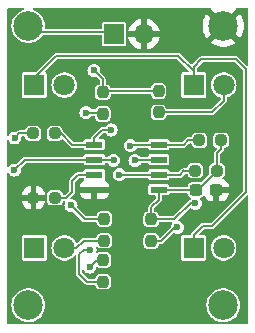
<source format=gbr>
%TF.GenerationSoftware,KiCad,Pcbnew,8.0.1*%
%TF.CreationDate,2025-01-22T19:50:13-07:00*%
%TF.ProjectId,ColorSensing,436f6c6f-7253-4656-9e73-696e672e6b69,rev?*%
%TF.SameCoordinates,Original*%
%TF.FileFunction,Copper,L1,Top*%
%TF.FilePolarity,Positive*%
%FSLAX46Y46*%
G04 Gerber Fmt 4.6, Leading zero omitted, Abs format (unit mm)*
G04 Created by KiCad (PCBNEW 8.0.1) date 2025-01-22 19:50:13*
%MOMM*%
%LPD*%
G01*
G04 APERTURE LIST*
G04 Aperture macros list*
%AMRoundRect*
0 Rectangle with rounded corners*
0 $1 Rounding radius*
0 $2 $3 $4 $5 $6 $7 $8 $9 X,Y pos of 4 corners*
0 Add a 4 corners polygon primitive as box body*
4,1,4,$2,$3,$4,$5,$6,$7,$8,$9,$2,$3,0*
0 Add four circle primitives for the rounded corners*
1,1,$1+$1,$2,$3*
1,1,$1+$1,$4,$5*
1,1,$1+$1,$6,$7*
1,1,$1+$1,$8,$9*
0 Add four rect primitives between the rounded corners*
20,1,$1+$1,$2,$3,$4,$5,0*
20,1,$1+$1,$4,$5,$6,$7,0*
20,1,$1+$1,$6,$7,$8,$9,0*
20,1,$1+$1,$8,$9,$2,$3,0*%
G04 Aperture macros list end*
%TA.AperFunction,ComponentPad*%
%ADD10C,2.500000*%
%TD*%
%TA.AperFunction,SMDPad,CuDef*%
%ADD11RoundRect,0.237500X0.300000X0.237500X-0.300000X0.237500X-0.300000X-0.237500X0.300000X-0.237500X0*%
%TD*%
%TA.AperFunction,SMDPad,CuDef*%
%ADD12RoundRect,0.237500X-0.250000X-0.237500X0.250000X-0.237500X0.250000X0.237500X-0.250000X0.237500X0*%
%TD*%
%TA.AperFunction,SMDPad,CuDef*%
%ADD13R,1.460500X0.558800*%
%TD*%
%TA.AperFunction,SMDPad,CuDef*%
%ADD14RoundRect,0.237500X0.237500X-0.250000X0.237500X0.250000X-0.237500X0.250000X-0.237500X-0.250000X0*%
%TD*%
%TA.AperFunction,ComponentPad*%
%ADD15R,1.800000X1.800000*%
%TD*%
%TA.AperFunction,ComponentPad*%
%ADD16C,1.800000*%
%TD*%
%TA.AperFunction,SMDPad,CuDef*%
%ADD17RoundRect,0.237500X0.250000X0.237500X-0.250000X0.237500X-0.250000X-0.237500X0.250000X-0.237500X0*%
%TD*%
%TA.AperFunction,ComponentPad*%
%ADD18R,1.700000X1.700000*%
%TD*%
%TA.AperFunction,ComponentPad*%
%ADD19O,1.700000X1.700000*%
%TD*%
%TA.AperFunction,ViaPad*%
%ADD20C,0.600000*%
%TD*%
%TA.AperFunction,Conductor*%
%ADD21C,0.152400*%
%TD*%
G04 APERTURE END LIST*
D10*
%TO.P,H4,1*%
%TO.N,N/C*%
X135000000Y-93640000D03*
%TD*%
%TO.P,H3,1*%
%TO.N,N/C*%
X118500000Y-93640000D03*
%TD*%
%TO.P,H2,1,1*%
%TO.N,GND*%
X135000000Y-70000000D03*
%TD*%
%TO.P,H1,1,1*%
%TO.N,VCC*%
X118500000Y-70000000D03*
%TD*%
D11*
%TO.P,C3,1*%
%TO.N,GND*%
X134420000Y-83870000D03*
%TO.P,C3,2*%
%TO.N,VDD_3.3V*%
X132695000Y-83870000D03*
%TD*%
D12*
%TO.P,R5,1*%
%TO.N,COLOR_OUT*%
X132635000Y-82240000D03*
%TO.P,R5,2*%
%TO.N,VDD_3.3V*%
X134460000Y-82240000D03*
%TD*%
%TO.P,R1,1*%
%TO.N,VDD_3.3V*%
X118905000Y-79090000D03*
%TO.P,R1,2*%
%TO.N,Net-(U1-S0)*%
X120730000Y-79090000D03*
%TD*%
D13*
%TO.P,U1,1,S0*%
%TO.N,Net-(U1-S0)*%
X124091700Y-80040000D03*
%TO.P,U1,2,S1*%
%TO.N,Net-(U1-S1)*%
X124091700Y-81310000D03*
%TO.P,U1,3,OE*%
%TO.N,Net-(U1-OE)*%
X124091700Y-82580000D03*
%TO.P,U1,4,GND*%
%TO.N,GND*%
X124091700Y-83850000D03*
%TO.P,U1,5,VDD*%
%TO.N,VDD_3.3V*%
X129540000Y-83850000D03*
%TO.P,U1,6,OUT*%
%TO.N,COLOR_OUT*%
X129540000Y-82580000D03*
%TO.P,U1,7,S2*%
%TO.N,S2*%
X129540000Y-81310000D03*
%TO.P,U1,8,S3*%
%TO.N,S3*%
X129540000Y-80040000D03*
%TD*%
D12*
%TO.P,R3,1*%
%TO.N,S3*%
X132985000Y-79670000D03*
%TO.P,R3,2*%
%TO.N,VDD_3.3V*%
X134810000Y-79670000D03*
%TD*%
D14*
%TO.P,RL2,1*%
%TO.N,Net-(D2-A)*%
X129530000Y-77310000D03*
%TO.P,RL2,2*%
%TO.N,VDD_3.3V*%
X129530000Y-75485000D03*
%TD*%
%TO.P,RL1,1*%
%TO.N,Net-(D1-A)*%
X124810000Y-77435000D03*
%TO.P,RL1,2*%
%TO.N,VDD_3.3V*%
X124810000Y-75610000D03*
%TD*%
%TO.P,RL3,1*%
%TO.N,Net-(D3-A)*%
X124930000Y-88160000D03*
%TO.P,RL3,2*%
%TO.N,VDD_3.3V*%
X124930000Y-86335000D03*
%TD*%
D15*
%TO.P,D4,1,K*%
%TO.N,Net-(D1-K)*%
X132500000Y-88780000D03*
D16*
%TO.P,D4,2,A*%
%TO.N,Net-(D4-A)*%
X135040000Y-88780000D03*
%TD*%
D17*
%TO.P,R6,1*%
%TO.N,Net-(U1-OE)*%
X120760000Y-84540000D03*
%TO.P,R6,2*%
%TO.N,GND*%
X118935000Y-84540000D03*
%TD*%
D15*
%TO.P,D1,1,K*%
%TO.N,Net-(D1-K)*%
X119000000Y-75000000D03*
D16*
%TO.P,D1,2,A*%
%TO.N,Net-(D1-A)*%
X121540000Y-75000000D03*
%TD*%
D15*
%TO.P,D3,1,K*%
%TO.N,Net-(D1-K)*%
X119000000Y-88780000D03*
D16*
%TO.P,D3,2,A*%
%TO.N,Net-(D3-A)*%
X121540000Y-88780000D03*
%TD*%
D14*
%TO.P,R7,1*%
%TO.N,LED_OUT*%
X124830000Y-91635000D03*
%TO.P,R7,2*%
%TO.N,Net-(D5-A)*%
X124830000Y-89810000D03*
%TD*%
%TO.P,RL4,1*%
%TO.N,Net-(D4-A)*%
X128890000Y-88200000D03*
%TO.P,RL4,2*%
%TO.N,VDD_3.3V*%
X128890000Y-86375000D03*
%TD*%
D15*
%TO.P,D2,1,K*%
%TO.N,Net-(D1-K)*%
X132500000Y-75000000D03*
D16*
%TO.P,D2,2,A*%
%TO.N,Net-(D2-A)*%
X135040000Y-75000000D03*
%TD*%
D18*
%TO.P,J1,1,Pin_1*%
%TO.N,VCC*%
X125750000Y-70680000D03*
D19*
%TO.P,J1,2,Pin_2*%
%TO.N,GND*%
X128290000Y-70680000D03*
%TD*%
D20*
%TO.N,GND*%
X130860000Y-85280000D03*
X136290000Y-78630000D03*
X127340000Y-83770000D03*
X130270000Y-91370000D03*
%TO.N,VDD_3.3V*%
X132640000Y-85000000D03*
X122110000Y-85180000D03*
X117350000Y-79470000D03*
X124050000Y-73750000D03*
%TO.N,Net-(D1-A)*%
X123380000Y-77320000D03*
%TO.N,Net-(D4-A)*%
X131110000Y-87040000D03*
%TO.N,Net-(U1-S0)*%
X125510000Y-78800000D03*
%TO.N,Net-(U1-S1)*%
X125710000Y-81360000D03*
X117310000Y-82190000D03*
%TO.N,COLOR_OUT*%
X126200000Y-82580000D03*
%TO.N,S2*%
X127530000Y-81370000D03*
%TO.N,S3*%
X127140000Y-80130000D03*
%TO.N,Net-(D5-A)*%
X123680000Y-90400000D03*
%TO.N,LED_OUT*%
X123720000Y-88920000D03*
%TD*%
D21*
%TO.N,Net-(D3-A)*%
X122560000Y-88780000D02*
X121540000Y-88780000D01*
X123180000Y-88160000D02*
X122560000Y-88780000D01*
X124930000Y-88160000D02*
X123180000Y-88160000D01*
%TO.N,LED_OUT*%
X122800000Y-91010000D02*
X123425000Y-91635000D01*
X123425000Y-91635000D02*
X124830000Y-91635000D01*
X122800000Y-89340000D02*
X122800000Y-91010000D01*
X123220000Y-88920000D02*
X122800000Y-89340000D01*
X123720000Y-88920000D02*
X123220000Y-88920000D01*
%TO.N,VDD_3.3V*%
X134460000Y-80770000D02*
X134830000Y-80400000D01*
X123265000Y-86335000D02*
X122110000Y-85180000D01*
X124930000Y-86335000D02*
X123265000Y-86335000D01*
X132830000Y-83870000D02*
X134460000Y-82240000D01*
X124935000Y-75485000D02*
X124810000Y-75610000D01*
X129540000Y-84690000D02*
X129540000Y-83850000D01*
X118905000Y-79090000D02*
X117730000Y-79090000D01*
X134810000Y-80380000D02*
X134810000Y-79670000D01*
X128890000Y-86375000D02*
X128890000Y-85340000D01*
X128890000Y-85340000D02*
X129540000Y-84690000D01*
X132695000Y-83870000D02*
X129560000Y-83870000D01*
X128890000Y-86375000D02*
X128475000Y-86375000D01*
X128905000Y-86360000D02*
X128890000Y-86375000D01*
X130870000Y-86360000D02*
X128905000Y-86360000D01*
X124810000Y-75610000D02*
X124810000Y-74510000D01*
X132230000Y-85000000D02*
X130870000Y-86360000D01*
X124810000Y-74510000D02*
X124050000Y-73750000D01*
X129530000Y-75485000D02*
X124935000Y-75485000D01*
X129560000Y-83870000D02*
X129540000Y-83850000D01*
X134460000Y-82240000D02*
X134460000Y-80770000D01*
X132695000Y-83870000D02*
X132830000Y-83870000D01*
X117730000Y-79090000D02*
X117350000Y-79470000D01*
X134830000Y-80400000D02*
X134810000Y-80380000D01*
X132640000Y-85000000D02*
X132230000Y-85000000D01*
%TO.N,Net-(D1-A)*%
X124695000Y-77320000D02*
X124810000Y-77435000D01*
X123380000Y-77320000D02*
X124695000Y-77320000D01*
%TO.N,Net-(D2-A)*%
X135040000Y-76320000D02*
X135040000Y-75000000D01*
X134050000Y-77310000D02*
X135040000Y-76320000D01*
X129530000Y-77310000D02*
X134050000Y-77310000D01*
%TO.N,Net-(D4-A)*%
X129760000Y-88200000D02*
X128890000Y-88200000D01*
X130920000Y-87040000D02*
X129760000Y-88200000D01*
X131110000Y-87040000D02*
X130920000Y-87040000D01*
%TO.N,VCC*%
X125550000Y-70480000D02*
X118980000Y-70480000D01*
X118980000Y-70480000D02*
X118500000Y-70000000D01*
X125750000Y-70680000D02*
X125550000Y-70480000D01*
%TO.N,Net-(D1-K)*%
X133150000Y-72820000D02*
X136100000Y-72820000D01*
X132500000Y-73820000D02*
X132500000Y-75000000D01*
X132500000Y-75000000D02*
X132500000Y-73470000D01*
X119000000Y-75000000D02*
X119000000Y-74400000D01*
X132500000Y-87690000D02*
X132500000Y-88780000D01*
X136930000Y-73650000D02*
X136930000Y-84020000D01*
X132500000Y-73470000D02*
X133150000Y-72820000D01*
X119000000Y-74400000D02*
X120880000Y-72520000D01*
X134020000Y-86930000D02*
X133260000Y-86930000D01*
X131200000Y-72520000D02*
X132500000Y-73820000D01*
X136100000Y-72820000D02*
X136930000Y-73650000D01*
X133260000Y-86930000D02*
X132500000Y-87690000D01*
X120880000Y-72520000D02*
X131200000Y-72520000D01*
X136930000Y-84020000D02*
X134020000Y-86930000D01*
%TO.N,Net-(U1-S0)*%
X121280000Y-79090000D02*
X122230000Y-80040000D01*
X125510000Y-78800000D02*
X124770000Y-78800000D01*
X120730000Y-79090000D02*
X121280000Y-79090000D01*
X124770000Y-78800000D02*
X124091700Y-79478300D01*
X122230000Y-80040000D02*
X124091700Y-80040000D01*
X124091700Y-79478300D02*
X124091700Y-80040000D01*
%TO.N,Net-(U1-S1)*%
X125710000Y-81360000D02*
X125660000Y-81310000D01*
X125660000Y-81310000D02*
X124091700Y-81310000D01*
X117310000Y-82190000D02*
X118190000Y-81310000D01*
X118190000Y-81310000D02*
X124091700Y-81310000D01*
%TO.N,COLOR_OUT*%
X126200000Y-82580000D02*
X128550000Y-82580000D01*
X131700000Y-82230000D02*
X131710000Y-82240000D01*
X128550000Y-82580000D02*
X129540000Y-82580000D01*
X129540000Y-82580000D02*
X131350000Y-82580000D01*
X131350000Y-82580000D02*
X131700000Y-82230000D01*
X131710000Y-82240000D02*
X132635000Y-82240000D01*
%TO.N,S2*%
X127590000Y-81310000D02*
X129540000Y-81310000D01*
X127530000Y-81370000D02*
X127590000Y-81310000D01*
%TO.N,S3*%
X131650000Y-80040000D02*
X132020000Y-79670000D01*
X127200000Y-80070000D02*
X129510000Y-80070000D01*
X132020000Y-79670000D02*
X132985000Y-79670000D01*
X127140000Y-80130000D02*
X127200000Y-80070000D01*
X129540000Y-80040000D02*
X131650000Y-80040000D01*
X129510000Y-80070000D02*
X129540000Y-80040000D01*
%TO.N,Net-(U1-OE)*%
X121680000Y-84540000D02*
X122200000Y-84020000D01*
X122200000Y-84020000D02*
X122200000Y-83110000D01*
X120760000Y-84540000D02*
X121680000Y-84540000D01*
X122200000Y-83110000D02*
X122730000Y-82580000D01*
X122730000Y-82580000D02*
X124091700Y-82580000D01*
%TO.N,Net-(D5-A)*%
X124270000Y-89810000D02*
X124830000Y-89810000D01*
X123680000Y-90400000D02*
X124270000Y-89810000D01*
%TD*%
%TA.AperFunction,Conductor*%
%TO.N,GND*%
G36*
X131960821Y-84142093D02*
G01*
X131986541Y-84186642D01*
X131986757Y-84187938D01*
X131994619Y-84237589D01*
X132054418Y-84354949D01*
X132147550Y-84448081D01*
X132147555Y-84448084D01*
X132226987Y-84488558D01*
X132262069Y-84526178D01*
X132264761Y-84577548D01*
X132249565Y-84602844D01*
X132250379Y-84603469D01*
X132159141Y-84722372D01*
X132159135Y-84722381D01*
X132155302Y-84731635D01*
X132120546Y-84769558D01*
X132114609Y-84772326D01*
X132085838Y-84784244D01*
X132085835Y-84784246D01*
X130786608Y-86083474D01*
X130739988Y-86105214D01*
X130733434Y-86105500D01*
X129609621Y-86105500D01*
X129561283Y-86087907D01*
X129535563Y-86043358D01*
X129535347Y-86042062D01*
X129527880Y-85994910D01*
X129468081Y-85877550D01*
X129374949Y-85784418D01*
X129257591Y-85724621D01*
X129257593Y-85724621D01*
X129207935Y-85716756D01*
X129162945Y-85691817D01*
X129144511Y-85643794D01*
X129144500Y-85642482D01*
X129144500Y-85476566D01*
X129162093Y-85428228D01*
X129166526Y-85423392D01*
X129755753Y-84834165D01*
X129755755Y-84834163D01*
X129794501Y-84740623D01*
X129794501Y-84639377D01*
X129794501Y-84633322D01*
X129794500Y-84633308D01*
X129794500Y-84382899D01*
X129812093Y-84334561D01*
X129856642Y-84308841D01*
X129869700Y-84307699D01*
X130287810Y-84307699D01*
X130313814Y-84302527D01*
X130339815Y-84297356D01*
X130339816Y-84297355D01*
X130339819Y-84297355D01*
X130339819Y-84297354D01*
X130339821Y-84297354D01*
X130390525Y-84263474D01*
X130398797Y-84257947D01*
X130438205Y-84198969D01*
X130440978Y-84185027D01*
X130467664Y-84141052D01*
X130514733Y-84124500D01*
X131912483Y-84124500D01*
X131960821Y-84142093D01*
G37*
%TD.AperFunction*%
%TA.AperFunction,Conductor*%
G36*
X118095875Y-68508093D02*
G01*
X118121595Y-68552642D01*
X118112662Y-68603300D01*
X118073257Y-68636365D01*
X118072010Y-68636806D01*
X117981598Y-68667844D01*
X117924288Y-68687519D01*
X117924286Y-68687520D01*
X117716118Y-68800175D01*
X117529324Y-68945562D01*
X117529320Y-68945566D01*
X117369006Y-69119714D01*
X117239543Y-69317872D01*
X117239542Y-69317876D01*
X117144458Y-69534644D01*
X117086352Y-69764104D01*
X117086351Y-69764107D01*
X117066805Y-69999998D01*
X117066805Y-70000001D01*
X117086351Y-70235892D01*
X117086351Y-70235894D01*
X117086352Y-70235896D01*
X117144459Y-70465358D01*
X117167232Y-70517274D01*
X117239542Y-70682123D01*
X117239543Y-70682127D01*
X117369006Y-70880285D01*
X117529320Y-71054433D01*
X117529324Y-71054437D01*
X117716118Y-71199824D01*
X117924286Y-71312479D01*
X117924292Y-71312482D01*
X117924293Y-71312482D01*
X117924299Y-71312485D01*
X118055646Y-71357576D01*
X118148171Y-71389340D01*
X118381648Y-71428300D01*
X118381651Y-71428300D01*
X118618349Y-71428300D01*
X118618352Y-71428300D01*
X118851829Y-71389340D01*
X119003902Y-71337132D01*
X119075700Y-71312485D01*
X119075702Y-71312484D01*
X119075708Y-71312482D01*
X119283883Y-71199823D01*
X119470677Y-71054436D01*
X119630992Y-70880287D01*
X119703980Y-70768569D01*
X119745147Y-70737726D01*
X119766935Y-70734500D01*
X124646501Y-70734500D01*
X124694839Y-70752093D01*
X124720559Y-70796642D01*
X124721701Y-70809700D01*
X124721701Y-71547564D01*
X124732043Y-71599565D01*
X124732045Y-71599571D01*
X124771451Y-71658545D01*
X124771452Y-71658545D01*
X124771453Y-71658547D01*
X124830431Y-71697955D01*
X124882439Y-71708300D01*
X126617560Y-71708299D01*
X126643564Y-71703127D01*
X126669565Y-71697956D01*
X126669566Y-71697955D01*
X126669569Y-71697955D01*
X126669569Y-71697954D01*
X126669571Y-71697954D01*
X126699058Y-71678251D01*
X126728547Y-71658547D01*
X126767955Y-71599569D01*
X126778300Y-71547561D01*
X126778300Y-70930000D01*
X126959364Y-70930000D01*
X127016568Y-71143490D01*
X127016570Y-71143494D01*
X127116398Y-71357576D01*
X127251885Y-71551072D01*
X127251896Y-71551085D01*
X127418914Y-71718103D01*
X127418927Y-71718114D01*
X127612423Y-71853601D01*
X127612423Y-71853602D01*
X127826505Y-71953429D01*
X128040000Y-72010634D01*
X128040000Y-71113012D01*
X128097007Y-71145925D01*
X128224174Y-71180000D01*
X128355826Y-71180000D01*
X128482993Y-71145925D01*
X128540000Y-71113012D01*
X128540000Y-72010634D01*
X128753494Y-71953429D01*
X128967576Y-71853602D01*
X128967576Y-71853601D01*
X129161072Y-71718114D01*
X129161085Y-71718103D01*
X129328103Y-71551085D01*
X129328114Y-71551072D01*
X129463601Y-71357576D01*
X129463602Y-71357576D01*
X129563429Y-71143494D01*
X129563431Y-71143490D01*
X129620636Y-70930000D01*
X128723012Y-70930000D01*
X128755925Y-70872993D01*
X128790000Y-70745826D01*
X128790000Y-70614174D01*
X128755925Y-70487007D01*
X128723012Y-70430000D01*
X129620636Y-70430000D01*
X129563431Y-70216509D01*
X129563429Y-70216505D01*
X129463603Y-70002427D01*
X129328107Y-69808918D01*
X129161085Y-69641896D01*
X129161072Y-69641885D01*
X128967576Y-69506398D01*
X128967576Y-69506397D01*
X128753494Y-69406570D01*
X128753490Y-69406568D01*
X128540000Y-69349364D01*
X128540000Y-70246988D01*
X128482993Y-70214075D01*
X128355826Y-70180000D01*
X128224174Y-70180000D01*
X128097007Y-70214075D01*
X128040000Y-70246988D01*
X128040000Y-69349364D01*
X127826509Y-69406568D01*
X127826505Y-69406570D01*
X127612427Y-69506396D01*
X127418918Y-69641892D01*
X127251892Y-69808918D01*
X127116396Y-70002427D01*
X127016570Y-70216505D01*
X127016568Y-70216509D01*
X126959364Y-70430000D01*
X127856988Y-70430000D01*
X127824075Y-70487007D01*
X127790000Y-70614174D01*
X127790000Y-70745826D01*
X127824075Y-70872993D01*
X127856988Y-70930000D01*
X126959364Y-70930000D01*
X126778300Y-70930000D01*
X126778299Y-69812440D01*
X126767955Y-69760431D01*
X126767954Y-69760428D01*
X126728548Y-69701454D01*
X126728544Y-69701451D01*
X126669569Y-69662045D01*
X126669567Y-69662044D01*
X126617561Y-69651700D01*
X124882440Y-69651700D01*
X124882435Y-69651701D01*
X124830434Y-69662043D01*
X124830428Y-69662045D01*
X124771454Y-69701451D01*
X124732045Y-69760431D01*
X124732044Y-69760432D01*
X124721700Y-69812438D01*
X124721700Y-70150300D01*
X124704107Y-70198638D01*
X124659558Y-70224358D01*
X124646500Y-70225500D01*
X119996198Y-70225500D01*
X119947860Y-70207907D01*
X119922140Y-70163358D01*
X119921255Y-70144090D01*
X119933195Y-70000001D01*
X119933195Y-69999998D01*
X119913648Y-69764107D01*
X119913648Y-69764104D01*
X119855541Y-69534642D01*
X119760457Y-69317875D01*
X119760456Y-69317874D01*
X119760456Y-69317872D01*
X119630993Y-69119714D01*
X119470679Y-68945566D01*
X119470675Y-68945562D01*
X119283881Y-68800175D01*
X119075713Y-68687520D01*
X119075711Y-68687519D01*
X119068568Y-68685067D01*
X118928044Y-68636824D01*
X118888040Y-68604490D01*
X118878178Y-68554005D01*
X118903075Y-68508991D01*
X118951081Y-68490513D01*
X118952463Y-68490500D01*
X133878262Y-68490500D01*
X133926600Y-68508093D01*
X133952320Y-68552642D01*
X133953134Y-68572720D01*
X133950831Y-68597279D01*
X134490978Y-69137426D01*
X134362537Y-69223249D01*
X134223249Y-69362537D01*
X134137426Y-69490978D01*
X133597874Y-68951426D01*
X133597873Y-68951427D01*
X133550029Y-69011422D01*
X133550029Y-69011423D01*
X133418885Y-69238569D01*
X133418879Y-69238581D01*
X133323061Y-69482725D01*
X133264694Y-69738442D01*
X133245093Y-70000000D01*
X133264694Y-70261557D01*
X133323061Y-70517274D01*
X133418879Y-70761418D01*
X133418885Y-70761430D01*
X133550025Y-70988570D01*
X133550028Y-70988573D01*
X133597873Y-71048571D01*
X133597874Y-71048572D01*
X134137426Y-70509020D01*
X134223249Y-70637463D01*
X134362537Y-70776751D01*
X134490978Y-70862572D01*
X133950831Y-71402719D01*
X133950831Y-71402722D01*
X134122541Y-71519791D01*
X134122544Y-71519792D01*
X134358861Y-71633597D01*
X134609492Y-71710906D01*
X134609505Y-71710909D01*
X134868858Y-71750000D01*
X135131142Y-71750000D01*
X135390494Y-71710909D01*
X135390507Y-71710906D01*
X135641138Y-71633597D01*
X135877454Y-71519793D01*
X136049167Y-71402721D01*
X136049167Y-71402719D01*
X135509021Y-70862573D01*
X135637463Y-70776751D01*
X135776751Y-70637463D01*
X135862573Y-70509020D01*
X136402124Y-71048571D01*
X136402125Y-71048571D01*
X136449969Y-70988578D01*
X136449971Y-70988574D01*
X136581114Y-70761430D01*
X136581120Y-70761418D01*
X136676938Y-70517274D01*
X136735305Y-70261557D01*
X136754906Y-70000000D01*
X136735305Y-69738442D01*
X136676938Y-69482725D01*
X136581120Y-69238581D01*
X136581114Y-69238569D01*
X136449974Y-69011429D01*
X136449971Y-69011426D01*
X136402125Y-68951427D01*
X136402124Y-68951426D01*
X135862572Y-69490977D01*
X135776751Y-69362537D01*
X135637463Y-69223249D01*
X135509020Y-69137426D01*
X136049167Y-68597279D01*
X136046865Y-68572720D01*
X136059869Y-68522951D01*
X136101822Y-68493185D01*
X136121737Y-68490500D01*
X137044300Y-68490500D01*
X137092638Y-68508093D01*
X137118358Y-68552642D01*
X137119500Y-68565700D01*
X137119500Y-73298034D01*
X137101907Y-73346372D01*
X137057358Y-73372092D01*
X137006700Y-73363159D01*
X136991126Y-73351208D01*
X136244164Y-72604245D01*
X136150623Y-72565500D01*
X133209383Y-72565500D01*
X133209375Y-72565499D01*
X133200623Y-72565499D01*
X133099377Y-72565499D01*
X133040390Y-72589932D01*
X133005834Y-72604246D01*
X132378174Y-73231907D01*
X132331554Y-73253647D01*
X132281867Y-73240333D01*
X132271826Y-73231907D01*
X131344164Y-72304245D01*
X131250623Y-72265500D01*
X120930623Y-72265500D01*
X120829376Y-72265500D01*
X120801978Y-72276847D01*
X120801979Y-72276848D01*
X120735836Y-72304245D01*
X120700041Y-72340041D01*
X120664245Y-72375837D01*
X120664244Y-72375838D01*
X119140406Y-73899674D01*
X119093786Y-73921414D01*
X119087232Y-73921700D01*
X118082440Y-73921700D01*
X118082435Y-73921701D01*
X118030434Y-73932043D01*
X118030428Y-73932045D01*
X117971454Y-73971451D01*
X117932045Y-74030431D01*
X117932044Y-74030432D01*
X117921700Y-74082438D01*
X117921700Y-75917559D01*
X117921701Y-75917564D01*
X117932043Y-75969565D01*
X117932045Y-75969571D01*
X117971451Y-76028545D01*
X117971452Y-76028545D01*
X117971453Y-76028547D01*
X118030431Y-76067955D01*
X118082439Y-76078300D01*
X119917560Y-76078299D01*
X119943942Y-76073052D01*
X119969565Y-76067956D01*
X119969566Y-76067955D01*
X119969569Y-76067955D01*
X119969569Y-76067954D01*
X119969571Y-76067954D01*
X120012626Y-76039185D01*
X120028547Y-76028547D01*
X120067955Y-75969569D01*
X120078300Y-75917561D01*
X120078299Y-75000000D01*
X120457080Y-75000000D01*
X120474634Y-75189440D01*
X120475519Y-75198985D01*
X120475520Y-75198994D01*
X120530204Y-75391187D01*
X120530210Y-75391203D01*
X120619280Y-75570080D01*
X120739708Y-75729554D01*
X120739711Y-75729557D01*
X120887392Y-75864187D01*
X120887394Y-75864188D01*
X120887395Y-75864189D01*
X120926490Y-75888396D01*
X121057297Y-75969388D01*
X121057299Y-75969388D01*
X121057301Y-75969390D01*
X121243645Y-76041580D01*
X121440081Y-76078300D01*
X121440086Y-76078300D01*
X121639914Y-76078300D01*
X121639919Y-76078300D01*
X121836355Y-76041580D01*
X122022699Y-75969390D01*
X122192605Y-75864189D01*
X122340288Y-75729558D01*
X122460717Y-75570084D01*
X122549793Y-75391196D01*
X122600763Y-75212054D01*
X122604479Y-75198994D01*
X122604479Y-75198992D01*
X122604481Y-75198986D01*
X122622920Y-75000000D01*
X122621766Y-74987550D01*
X122617749Y-74944200D01*
X122604481Y-74801014D01*
X122604479Y-74801008D01*
X122604479Y-74801005D01*
X122558672Y-74640012D01*
X122549793Y-74608804D01*
X122475387Y-74459377D01*
X122460719Y-74429919D01*
X122340291Y-74270445D01*
X122340288Y-74270442D01*
X122192607Y-74135812D01*
X122022702Y-74030611D01*
X121836356Y-73958420D01*
X121785047Y-73948829D01*
X121639919Y-73921700D01*
X121440081Y-73921700D01*
X121309123Y-73946180D01*
X121243643Y-73958420D01*
X121057298Y-74030611D01*
X121057297Y-74030611D01*
X120887392Y-74135812D01*
X120739711Y-74270442D01*
X120739708Y-74270445D01*
X120619280Y-74429919D01*
X120530210Y-74608796D01*
X120530204Y-74608812D01*
X120475520Y-74801005D01*
X120475519Y-74801014D01*
X120458234Y-74987550D01*
X120457080Y-75000000D01*
X120078299Y-75000000D01*
X120078299Y-74082440D01*
X120067955Y-74030431D01*
X120067954Y-74030428D01*
X120028548Y-73971454D01*
X120028544Y-73971451D01*
X119969569Y-73932045D01*
X119969567Y-73932044D01*
X119963411Y-73927931D01*
X119964831Y-73925804D01*
X119935428Y-73898865D01*
X119928709Y-73847866D01*
X119948952Y-73810964D01*
X120009916Y-73750000D01*
X123494750Y-73750000D01*
X123513670Y-73893709D01*
X123526964Y-73925804D01*
X123569139Y-74027626D01*
X123657378Y-74142621D01*
X123772373Y-74230860D01*
X123772374Y-74230860D01*
X123772375Y-74230861D01*
X123906291Y-74286330D01*
X124050000Y-74305250D01*
X124185842Y-74287365D01*
X124236059Y-74298499D01*
X124248829Y-74308747D01*
X124533474Y-74593391D01*
X124555214Y-74640012D01*
X124555500Y-74646566D01*
X124555500Y-74877482D01*
X124537907Y-74925820D01*
X124493358Y-74951540D01*
X124492063Y-74951756D01*
X124442410Y-74959619D01*
X124325050Y-75019418D01*
X124231918Y-75112550D01*
X124172121Y-75229907D01*
X124156700Y-75327273D01*
X124156700Y-75892718D01*
X124156701Y-75892730D01*
X124172119Y-75990089D01*
X124231918Y-76107449D01*
X124325050Y-76200581D01*
X124325052Y-76200582D01*
X124442407Y-76260378D01*
X124442409Y-76260379D01*
X124539775Y-76275800D01*
X125080224Y-76275799D01*
X125086841Y-76274750D01*
X125177589Y-76260380D01*
X125177593Y-76260378D01*
X125294948Y-76200582D01*
X125388082Y-76107448D01*
X125447879Y-75990091D01*
X125463300Y-75892725D01*
X125463300Y-75814700D01*
X125480893Y-75766362D01*
X125525442Y-75740642D01*
X125538500Y-75739500D01*
X128808003Y-75739500D01*
X128856341Y-75757093D01*
X128882061Y-75801642D01*
X128882277Y-75802937D01*
X128892119Y-75865089D01*
X128951918Y-75982449D01*
X129045050Y-76075581D01*
X129045052Y-76075582D01*
X129162407Y-76135378D01*
X129162409Y-76135379D01*
X129259775Y-76150800D01*
X129800224Y-76150799D01*
X129806841Y-76149750D01*
X129897589Y-76135380D01*
X129897593Y-76135378D01*
X130014948Y-76075582D01*
X130108082Y-75982448D01*
X130167879Y-75865091D01*
X130183300Y-75767725D01*
X130183299Y-75202276D01*
X130181266Y-75189440D01*
X130167880Y-75104910D01*
X130108081Y-74987550D01*
X130014949Y-74894418D01*
X129897591Y-74834621D01*
X129897593Y-74834621D01*
X129848908Y-74826910D01*
X129800225Y-74819200D01*
X129800223Y-74819200D01*
X129259781Y-74819200D01*
X129259769Y-74819201D01*
X129162410Y-74834619D01*
X129045050Y-74894418D01*
X128951918Y-74987550D01*
X128892121Y-75104907D01*
X128882277Y-75167064D01*
X128857339Y-75212054D01*
X128809316Y-75230489D01*
X128808003Y-75230500D01*
X125494263Y-75230500D01*
X125445925Y-75212907D01*
X125427259Y-75189440D01*
X125388081Y-75112550D01*
X125294949Y-75019418D01*
X125177591Y-74959621D01*
X125177593Y-74959621D01*
X125127935Y-74951756D01*
X125082945Y-74926817D01*
X125064511Y-74878794D01*
X125064500Y-74877482D01*
X125064500Y-74459377D01*
X125025755Y-74365837D01*
X125025754Y-74365836D01*
X125025754Y-74365835D01*
X124949887Y-74289968D01*
X124949872Y-74289955D01*
X124608747Y-73948829D01*
X124587008Y-73902209D01*
X124587364Y-73885849D01*
X124605250Y-73750000D01*
X124586330Y-73606291D01*
X124530861Y-73472375D01*
X124530860Y-73472374D01*
X124530860Y-73472373D01*
X124442621Y-73357378D01*
X124327626Y-73269139D01*
X124193711Y-73213671D01*
X124193709Y-73213670D01*
X124050000Y-73194750D01*
X123906291Y-73213670D01*
X123906288Y-73213670D01*
X123906288Y-73213671D01*
X123772373Y-73269139D01*
X123657378Y-73357378D01*
X123569139Y-73472373D01*
X123513671Y-73606288D01*
X123513670Y-73606291D01*
X123494750Y-73750000D01*
X120009916Y-73750000D01*
X120963391Y-72796526D01*
X121010011Y-72774786D01*
X121016565Y-72774500D01*
X131063434Y-72774500D01*
X131111772Y-72792093D01*
X131116608Y-72796526D01*
X132113408Y-73793326D01*
X132135148Y-73839946D01*
X132121834Y-73889633D01*
X132079697Y-73919138D01*
X132060234Y-73921700D01*
X131582440Y-73921700D01*
X131582435Y-73921701D01*
X131530434Y-73932043D01*
X131530428Y-73932045D01*
X131471454Y-73971451D01*
X131432045Y-74030431D01*
X131432044Y-74030432D01*
X131421700Y-74082438D01*
X131421700Y-75917559D01*
X131421701Y-75917564D01*
X131432043Y-75969565D01*
X131432045Y-75969571D01*
X131471451Y-76028545D01*
X131471452Y-76028545D01*
X131471453Y-76028547D01*
X131530431Y-76067955D01*
X131582439Y-76078300D01*
X133417560Y-76078299D01*
X133443942Y-76073052D01*
X133469565Y-76067956D01*
X133469566Y-76067955D01*
X133469569Y-76067955D01*
X133469569Y-76067954D01*
X133469571Y-76067954D01*
X133512626Y-76039185D01*
X133528547Y-76028547D01*
X133567955Y-75969569D01*
X133578300Y-75917561D01*
X133578299Y-74082440D01*
X133567955Y-74030431D01*
X133567954Y-74030428D01*
X133528548Y-73971454D01*
X133528544Y-73971451D01*
X133469569Y-73932045D01*
X133469567Y-73932044D01*
X133417562Y-73921700D01*
X133417561Y-73921700D01*
X132829701Y-73921700D01*
X132781363Y-73904107D01*
X132755643Y-73859558D01*
X132754501Y-73846500D01*
X132754501Y-73763322D01*
X132754500Y-73763308D01*
X132754500Y-73606566D01*
X132772093Y-73558228D01*
X132776526Y-73553392D01*
X133233392Y-73096526D01*
X133280012Y-73074786D01*
X133286566Y-73074500D01*
X135963434Y-73074500D01*
X136011772Y-73092093D01*
X136016608Y-73096526D01*
X136653474Y-73733391D01*
X136675214Y-73780011D01*
X136675500Y-73786565D01*
X136675500Y-83883434D01*
X136657907Y-83931772D01*
X136653474Y-83936608D01*
X133936608Y-86653474D01*
X133889988Y-86675214D01*
X133883434Y-86675500D01*
X133209377Y-86675500D01*
X133115837Y-86714244D01*
X133094602Y-86735480D01*
X133044245Y-86785837D01*
X133044244Y-86785838D01*
X132345260Y-87484821D01*
X132284245Y-87545835D01*
X132245500Y-87639375D01*
X132245143Y-87641173D01*
X132243924Y-87643181D01*
X132242666Y-87646219D01*
X132242198Y-87646025D01*
X132218456Y-87685149D01*
X132171388Y-87701700D01*
X131582440Y-87701700D01*
X131582435Y-87701701D01*
X131530434Y-87712043D01*
X131530428Y-87712045D01*
X131471454Y-87751451D01*
X131432045Y-87810431D01*
X131432044Y-87810432D01*
X131421700Y-87862438D01*
X131421700Y-89697559D01*
X131421701Y-89697564D01*
X131432043Y-89749565D01*
X131432045Y-89749571D01*
X131471451Y-89808545D01*
X131471452Y-89808545D01*
X131471453Y-89808547D01*
X131530431Y-89847955D01*
X131582439Y-89858300D01*
X133417560Y-89858299D01*
X133443564Y-89853127D01*
X133469565Y-89847956D01*
X133469566Y-89847955D01*
X133469569Y-89847955D01*
X133469569Y-89847954D01*
X133469571Y-89847954D01*
X133509043Y-89821579D01*
X133528547Y-89808547D01*
X133567955Y-89749569D01*
X133578300Y-89697561D01*
X133578300Y-88780002D01*
X133957080Y-88780002D01*
X133975519Y-88978985D01*
X133975520Y-88978994D01*
X134030204Y-89171187D01*
X134030210Y-89171203D01*
X134119280Y-89350080D01*
X134239708Y-89509554D01*
X134239711Y-89509557D01*
X134387392Y-89644187D01*
X134557297Y-89749388D01*
X134557299Y-89749388D01*
X134557301Y-89749390D01*
X134743645Y-89821580D01*
X134940081Y-89858300D01*
X134940086Y-89858300D01*
X135139914Y-89858300D01*
X135139919Y-89858300D01*
X135336355Y-89821580D01*
X135522699Y-89749390D01*
X135692605Y-89644189D01*
X135840288Y-89509558D01*
X135960717Y-89350084D01*
X136049793Y-89171196D01*
X136104481Y-88978986D01*
X136120245Y-88808857D01*
X136122920Y-88780002D01*
X136122920Y-88779997D01*
X136115270Y-88697448D01*
X136104481Y-88581014D01*
X136104479Y-88581008D01*
X136104479Y-88581005D01*
X136049795Y-88388812D01*
X136049793Y-88388804D01*
X136026784Y-88342595D01*
X135960719Y-88209919D01*
X135840291Y-88050445D01*
X135840288Y-88050442D01*
X135692607Y-87915812D01*
X135522702Y-87810611D01*
X135336356Y-87738420D01*
X135303615Y-87732300D01*
X135139919Y-87701700D01*
X134940081Y-87701700D01*
X134809123Y-87726180D01*
X134743643Y-87738420D01*
X134557298Y-87810611D01*
X134557297Y-87810611D01*
X134387392Y-87915812D01*
X134239711Y-88050442D01*
X134239708Y-88050445D01*
X134119280Y-88209919D01*
X134030210Y-88388796D01*
X134030204Y-88388812D01*
X133975520Y-88581005D01*
X133975519Y-88581014D01*
X133957080Y-88779997D01*
X133957080Y-88780002D01*
X133578300Y-88780002D01*
X133578299Y-87862440D01*
X133578157Y-87861728D01*
X133567956Y-87810434D01*
X133567954Y-87810428D01*
X133528548Y-87751454D01*
X133528544Y-87751451D01*
X133469569Y-87712045D01*
X133469567Y-87712044D01*
X133417562Y-87701700D01*
X133417561Y-87701700D01*
X133029765Y-87701700D01*
X132981427Y-87684107D01*
X132955707Y-87639558D01*
X132964640Y-87588900D01*
X132976591Y-87573326D01*
X133343391Y-87206526D01*
X133390011Y-87184786D01*
X133396565Y-87184500D01*
X134070622Y-87184500D01*
X134070623Y-87184500D01*
X134164163Y-87145755D01*
X136991126Y-84318789D01*
X137037746Y-84297050D01*
X137087433Y-84310364D01*
X137116938Y-84352501D01*
X137119500Y-84371964D01*
X137119500Y-95164300D01*
X137101907Y-95212638D01*
X137057358Y-95238358D01*
X137044300Y-95239500D01*
X116765700Y-95239500D01*
X116717362Y-95221907D01*
X116691642Y-95177358D01*
X116690500Y-95164300D01*
X116690500Y-93640001D01*
X117066805Y-93640001D01*
X117086351Y-93875892D01*
X117086352Y-93875895D01*
X117144458Y-94105355D01*
X117239542Y-94322123D01*
X117239543Y-94322127D01*
X117369006Y-94520285D01*
X117529320Y-94694433D01*
X117529324Y-94694437D01*
X117716118Y-94839824D01*
X117924286Y-94952479D01*
X117924292Y-94952482D01*
X117924293Y-94952482D01*
X117924299Y-94952485D01*
X118093293Y-95010500D01*
X118148171Y-95029340D01*
X118381648Y-95068300D01*
X118381651Y-95068300D01*
X118618349Y-95068300D01*
X118618352Y-95068300D01*
X118851829Y-95029340D01*
X119003902Y-94977132D01*
X119075700Y-94952485D01*
X119075702Y-94952484D01*
X119075708Y-94952482D01*
X119283883Y-94839823D01*
X119470677Y-94694436D01*
X119630992Y-94520287D01*
X119760457Y-94322125D01*
X119855541Y-94105358D01*
X119913648Y-93875896D01*
X119933195Y-93640001D01*
X133566805Y-93640001D01*
X133586351Y-93875892D01*
X133586352Y-93875895D01*
X133644458Y-94105355D01*
X133739542Y-94322123D01*
X133739543Y-94322127D01*
X133869006Y-94520285D01*
X134029320Y-94694433D01*
X134029324Y-94694437D01*
X134216118Y-94839824D01*
X134424286Y-94952479D01*
X134424292Y-94952482D01*
X134424293Y-94952482D01*
X134424299Y-94952485D01*
X134593293Y-95010500D01*
X134648171Y-95029340D01*
X134881648Y-95068300D01*
X134881651Y-95068300D01*
X135118349Y-95068300D01*
X135118352Y-95068300D01*
X135351829Y-95029340D01*
X135503902Y-94977132D01*
X135575700Y-94952485D01*
X135575702Y-94952484D01*
X135575708Y-94952482D01*
X135783883Y-94839823D01*
X135970677Y-94694436D01*
X136130992Y-94520287D01*
X136260457Y-94322125D01*
X136355541Y-94105358D01*
X136413648Y-93875896D01*
X136433195Y-93640000D01*
X136413648Y-93404104D01*
X136355541Y-93174642D01*
X136260457Y-92957875D01*
X136260456Y-92957874D01*
X136260456Y-92957872D01*
X136130993Y-92759714D01*
X135970679Y-92585566D01*
X135970675Y-92585562D01*
X135783881Y-92440175D01*
X135575713Y-92327520D01*
X135575700Y-92327514D01*
X135351842Y-92250664D01*
X135351836Y-92250662D01*
X135351829Y-92250660D01*
X135351822Y-92250658D01*
X135351819Y-92250658D01*
X135118357Y-92211700D01*
X135118352Y-92211700D01*
X134881648Y-92211700D01*
X134881642Y-92211700D01*
X134648180Y-92250658D01*
X134648174Y-92250659D01*
X134648171Y-92250660D01*
X134648166Y-92250661D01*
X134648157Y-92250664D01*
X134424299Y-92327514D01*
X134424286Y-92327520D01*
X134216118Y-92440175D01*
X134029324Y-92585562D01*
X134029320Y-92585566D01*
X133869006Y-92759714D01*
X133739543Y-92957872D01*
X133739542Y-92957876D01*
X133644458Y-93174644D01*
X133586352Y-93404104D01*
X133586351Y-93404107D01*
X133566805Y-93639998D01*
X133566805Y-93640001D01*
X119933195Y-93640001D01*
X119933195Y-93640000D01*
X119913648Y-93404104D01*
X119855541Y-93174642D01*
X119760457Y-92957875D01*
X119760456Y-92957874D01*
X119760456Y-92957872D01*
X119630993Y-92759714D01*
X119470679Y-92585566D01*
X119470675Y-92585562D01*
X119283881Y-92440175D01*
X119075713Y-92327520D01*
X119075700Y-92327514D01*
X118851842Y-92250664D01*
X118851836Y-92250662D01*
X118851829Y-92250660D01*
X118851822Y-92250658D01*
X118851819Y-92250658D01*
X118618357Y-92211700D01*
X118618352Y-92211700D01*
X118381648Y-92211700D01*
X118381642Y-92211700D01*
X118148180Y-92250658D01*
X118148174Y-92250659D01*
X118148171Y-92250660D01*
X118148166Y-92250661D01*
X118148157Y-92250664D01*
X117924299Y-92327514D01*
X117924286Y-92327520D01*
X117716118Y-92440175D01*
X117529324Y-92585562D01*
X117529320Y-92585566D01*
X117369006Y-92759714D01*
X117239543Y-92957872D01*
X117239542Y-92957876D01*
X117144458Y-93174644D01*
X117086352Y-93404104D01*
X117086351Y-93404107D01*
X117066805Y-93639998D01*
X117066805Y-93640001D01*
X116690500Y-93640001D01*
X116690500Y-89697559D01*
X117921700Y-89697559D01*
X117921701Y-89697564D01*
X117932043Y-89749565D01*
X117932045Y-89749571D01*
X117971451Y-89808545D01*
X117971452Y-89808545D01*
X117971453Y-89808547D01*
X118030431Y-89847955D01*
X118082439Y-89858300D01*
X119917560Y-89858299D01*
X119943564Y-89853127D01*
X119969565Y-89847956D01*
X119969566Y-89847955D01*
X119969569Y-89847955D01*
X119969569Y-89847954D01*
X119969571Y-89847954D01*
X120009043Y-89821579D01*
X120028547Y-89808547D01*
X120067955Y-89749569D01*
X120078300Y-89697561D01*
X120078300Y-88780002D01*
X120457080Y-88780002D01*
X120475519Y-88978985D01*
X120475520Y-88978994D01*
X120530204Y-89171187D01*
X120530210Y-89171203D01*
X120619280Y-89350080D01*
X120739708Y-89509554D01*
X120739711Y-89509557D01*
X120887392Y-89644187D01*
X121057297Y-89749388D01*
X121057299Y-89749388D01*
X121057301Y-89749390D01*
X121243645Y-89821580D01*
X121440081Y-89858300D01*
X121440086Y-89858300D01*
X121639914Y-89858300D01*
X121639919Y-89858300D01*
X121836355Y-89821580D01*
X122022699Y-89749390D01*
X122192605Y-89644189D01*
X122340288Y-89509558D01*
X122380484Y-89456330D01*
X122410289Y-89416862D01*
X122453459Y-89388890D01*
X122504509Y-89395211D01*
X122539552Y-89432868D01*
X122545500Y-89462180D01*
X122545500Y-91060623D01*
X122584244Y-91154162D01*
X122584245Y-91154163D01*
X123204958Y-91774875D01*
X123204971Y-91774890D01*
X123280835Y-91850754D01*
X123280837Y-91850755D01*
X123346975Y-91878149D01*
X123346977Y-91878151D01*
X123346978Y-91878151D01*
X123366352Y-91886176D01*
X123374376Y-91889500D01*
X123374377Y-91889500D01*
X124108003Y-91889500D01*
X124156341Y-91907093D01*
X124182061Y-91951642D01*
X124182277Y-91952937D01*
X124192119Y-92015089D01*
X124251918Y-92132449D01*
X124345050Y-92225581D01*
X124345052Y-92225582D01*
X124462407Y-92285378D01*
X124462409Y-92285379D01*
X124559775Y-92300800D01*
X125100224Y-92300799D01*
X125106841Y-92299750D01*
X125197589Y-92285380D01*
X125265734Y-92250658D01*
X125314948Y-92225582D01*
X125408082Y-92132448D01*
X125467879Y-92015091D01*
X125483300Y-91917725D01*
X125483299Y-91352276D01*
X125483298Y-91352269D01*
X125467880Y-91254910D01*
X125408081Y-91137550D01*
X125314949Y-91044418D01*
X125197591Y-90984621D01*
X125197593Y-90984621D01*
X125148908Y-90976910D01*
X125100225Y-90969200D01*
X125100223Y-90969200D01*
X124559781Y-90969200D01*
X124559769Y-90969201D01*
X124462410Y-90984619D01*
X124345050Y-91044418D01*
X124251918Y-91137550D01*
X124192121Y-91254907D01*
X124182277Y-91317064D01*
X124157339Y-91362054D01*
X124109316Y-91380489D01*
X124108003Y-91380500D01*
X123561565Y-91380500D01*
X123513227Y-91362907D01*
X123508391Y-91358474D01*
X123076526Y-90926608D01*
X123054786Y-90879988D01*
X123054500Y-90873434D01*
X123054500Y-90706492D01*
X123072093Y-90658154D01*
X123116642Y-90632434D01*
X123167300Y-90641367D01*
X123195798Y-90673863D01*
X123196675Y-90673358D01*
X123199138Y-90677625D01*
X123287378Y-90792621D01*
X123402373Y-90880860D01*
X123402374Y-90880860D01*
X123402375Y-90880861D01*
X123536291Y-90936330D01*
X123680000Y-90955250D01*
X123823709Y-90936330D01*
X123957625Y-90880861D01*
X124072621Y-90792621D01*
X124160861Y-90677625D01*
X124216330Y-90543709D01*
X124228267Y-90453036D01*
X124252018Y-90407411D01*
X124299543Y-90387726D01*
X124338921Y-90399576D01*
X124339778Y-90397895D01*
X124382810Y-90419821D01*
X124462407Y-90460378D01*
X124462409Y-90460379D01*
X124559775Y-90475800D01*
X125100224Y-90475799D01*
X125106841Y-90474750D01*
X125197589Y-90460380D01*
X125301545Y-90407411D01*
X125314948Y-90400582D01*
X125408082Y-90307448D01*
X125467879Y-90190091D01*
X125483300Y-90092725D01*
X125483299Y-89527276D01*
X125480493Y-89509557D01*
X125467880Y-89429910D01*
X125408081Y-89312550D01*
X125314949Y-89219418D01*
X125197591Y-89159621D01*
X125197593Y-89159621D01*
X125148908Y-89151910D01*
X125100225Y-89144200D01*
X125100223Y-89144200D01*
X124559781Y-89144200D01*
X124559769Y-89144201D01*
X124462410Y-89159619D01*
X124345050Y-89219418D01*
X124341585Y-89221936D01*
X124292137Y-89236112D01*
X124245146Y-89215186D01*
X124222599Y-89168951D01*
X124227910Y-89132320D01*
X124256330Y-89063709D01*
X124275250Y-88920000D01*
X124256330Y-88776291D01*
X124249379Y-88759511D01*
X124247136Y-88708122D01*
X124278451Y-88667312D01*
X124328672Y-88656178D01*
X124372030Y-88677561D01*
X124445050Y-88750581D01*
X124445052Y-88750582D01*
X124562407Y-88810378D01*
X124562409Y-88810379D01*
X124659775Y-88825800D01*
X125200224Y-88825799D01*
X125206841Y-88824750D01*
X125297589Y-88810380D01*
X125336446Y-88790581D01*
X125414948Y-88750582D01*
X125508082Y-88657448D01*
X125567879Y-88540091D01*
X125583300Y-88442725D01*
X125583299Y-87877276D01*
X125583298Y-87877269D01*
X125567880Y-87779910D01*
X125508081Y-87662550D01*
X125414949Y-87569418D01*
X125297591Y-87509621D01*
X125297593Y-87509621D01*
X125248908Y-87501910D01*
X125200225Y-87494200D01*
X125200223Y-87494200D01*
X124659781Y-87494200D01*
X124659769Y-87494201D01*
X124562410Y-87509619D01*
X124445050Y-87569418D01*
X124351918Y-87662550D01*
X124292121Y-87779907D01*
X124282277Y-87842064D01*
X124257339Y-87887054D01*
X124209316Y-87905489D01*
X124208003Y-87905500D01*
X123129377Y-87905500D01*
X123035837Y-87944244D01*
X123000041Y-87980040D01*
X122964245Y-88015837D01*
X122964244Y-88015838D01*
X122770166Y-88209916D01*
X122637487Y-88342595D01*
X122590867Y-88364334D01*
X122541180Y-88351020D01*
X122516997Y-88322940D01*
X122460718Y-88209917D01*
X122340291Y-88050445D01*
X122340288Y-88050442D01*
X122192607Y-87915812D01*
X122022702Y-87810611D01*
X121836356Y-87738420D01*
X121803615Y-87732300D01*
X121639919Y-87701700D01*
X121440081Y-87701700D01*
X121309123Y-87726180D01*
X121243643Y-87738420D01*
X121057298Y-87810611D01*
X121057297Y-87810611D01*
X120887392Y-87915812D01*
X120739711Y-88050442D01*
X120739708Y-88050445D01*
X120619280Y-88209919D01*
X120530210Y-88388796D01*
X120530204Y-88388812D01*
X120475520Y-88581005D01*
X120475519Y-88581014D01*
X120457080Y-88779997D01*
X120457080Y-88780002D01*
X120078300Y-88780002D01*
X120078299Y-87862440D01*
X120078157Y-87861728D01*
X120067956Y-87810434D01*
X120067954Y-87810428D01*
X120028548Y-87751454D01*
X120028544Y-87751451D01*
X119969569Y-87712045D01*
X119969567Y-87712044D01*
X119917561Y-87701700D01*
X118082440Y-87701700D01*
X118082435Y-87701701D01*
X118030434Y-87712043D01*
X118030428Y-87712045D01*
X117971454Y-87751451D01*
X117932045Y-87810431D01*
X117932044Y-87810432D01*
X117921700Y-87862438D01*
X117921700Y-89697559D01*
X116690500Y-89697559D01*
X116690500Y-84790000D01*
X117947501Y-84790000D01*
X117947501Y-84826641D01*
X117957820Y-84927655D01*
X118012048Y-85091305D01*
X118102552Y-85238034D01*
X118102555Y-85238038D01*
X118224461Y-85359944D01*
X118224465Y-85359947D01*
X118371195Y-85450451D01*
X118371194Y-85450451D01*
X118534847Y-85504679D01*
X118534849Y-85504680D01*
X118635858Y-85514999D01*
X118684999Y-85514998D01*
X118685000Y-85514998D01*
X118685000Y-84790000D01*
X119185000Y-84790000D01*
X119185000Y-85514999D01*
X119234141Y-85514999D01*
X119335155Y-85504679D01*
X119498805Y-85450451D01*
X119645534Y-85359947D01*
X119645538Y-85359944D01*
X119767444Y-85238038D01*
X119767447Y-85238034D01*
X119857951Y-85091305D01*
X119912179Y-84927652D01*
X119912180Y-84927650D01*
X119922500Y-84826640D01*
X119922500Y-84810218D01*
X120094200Y-84810218D01*
X120094201Y-84810230D01*
X120109619Y-84907589D01*
X120169418Y-85024949D01*
X120262550Y-85118081D01*
X120262552Y-85118082D01*
X120379907Y-85177878D01*
X120379909Y-85177879D01*
X120477275Y-85193300D01*
X121042724Y-85193299D01*
X121049341Y-85192250D01*
X121140089Y-85177880D01*
X121140093Y-85177878D01*
X121257448Y-85118082D01*
X121350582Y-85024948D01*
X121410379Y-84907591D01*
X121418243Y-84857936D01*
X121443181Y-84812946D01*
X121491204Y-84794511D01*
X121492517Y-84794500D01*
X121561277Y-84794500D01*
X121609615Y-84812093D01*
X121635335Y-84856642D01*
X121630753Y-84898477D01*
X121573671Y-85036287D01*
X121573671Y-85036288D01*
X121573670Y-85036291D01*
X121554750Y-85180000D01*
X121573670Y-85323709D01*
X121573671Y-85323711D01*
X121629139Y-85457626D01*
X121717378Y-85572621D01*
X121832373Y-85660860D01*
X121832374Y-85660860D01*
X121832375Y-85660861D01*
X121966291Y-85716330D01*
X122110000Y-85735250D01*
X122245842Y-85717365D01*
X122296061Y-85728499D01*
X122308830Y-85738748D01*
X123120834Y-86550753D01*
X123120835Y-86550753D01*
X123120837Y-86550755D01*
X123214377Y-86589501D01*
X123214378Y-86589501D01*
X123324375Y-86589501D01*
X123324383Y-86589500D01*
X124208003Y-86589500D01*
X124256341Y-86607093D01*
X124282061Y-86651642D01*
X124282277Y-86652937D01*
X124292119Y-86715089D01*
X124351918Y-86832449D01*
X124445050Y-86925581D01*
X124445052Y-86925582D01*
X124562407Y-86985378D01*
X124562409Y-86985379D01*
X124659775Y-87000800D01*
X125200224Y-87000799D01*
X125206841Y-86999750D01*
X125297589Y-86985380D01*
X125336446Y-86965581D01*
X125414948Y-86925582D01*
X125508082Y-86832448D01*
X125567879Y-86715091D01*
X125583300Y-86617725D01*
X125583300Y-86425625D01*
X128220500Y-86425625D01*
X128230976Y-86450916D01*
X128236700Y-86479692D01*
X128236700Y-86657717D01*
X128236702Y-86657730D01*
X128252119Y-86755089D01*
X128311918Y-86872449D01*
X128405050Y-86965581D01*
X128405052Y-86965582D01*
X128522407Y-87025378D01*
X128522409Y-87025379D01*
X128619775Y-87040800D01*
X129160224Y-87040799D01*
X129166841Y-87039750D01*
X129257589Y-87025380D01*
X129266515Y-87020832D01*
X129374948Y-86965582D01*
X129468082Y-86872448D01*
X129527879Y-86755091D01*
X129540099Y-86677936D01*
X129565037Y-86632946D01*
X129613061Y-86614511D01*
X129614373Y-86614500D01*
X130590117Y-86614500D01*
X130638455Y-86632093D01*
X130664175Y-86676642D01*
X130655242Y-86727300D01*
X130649776Y-86735480D01*
X130629139Y-86762373D01*
X130573671Y-86896288D01*
X130573670Y-86896291D01*
X130569814Y-86925581D01*
X130557273Y-87020832D01*
X130535890Y-87064190D01*
X129676608Y-87923474D01*
X129629988Y-87945214D01*
X129623434Y-87945500D01*
X129611997Y-87945500D01*
X129563659Y-87927907D01*
X129537939Y-87883358D01*
X129537723Y-87882063D01*
X129527880Y-87819910D01*
X129468081Y-87702550D01*
X129374949Y-87609418D01*
X129257591Y-87549621D01*
X129257593Y-87549621D01*
X129208908Y-87541910D01*
X129160225Y-87534200D01*
X129160223Y-87534200D01*
X128619781Y-87534200D01*
X128619769Y-87534201D01*
X128522410Y-87549619D01*
X128405050Y-87609418D01*
X128311918Y-87702550D01*
X128252121Y-87819907D01*
X128236700Y-87917273D01*
X128236700Y-88482718D01*
X128236701Y-88482730D01*
X128252119Y-88580089D01*
X128311918Y-88697449D01*
X128405050Y-88790581D01*
X128405052Y-88790582D01*
X128522407Y-88850378D01*
X128522409Y-88850379D01*
X128619775Y-88865800D01*
X129160224Y-88865799D01*
X129166841Y-88864750D01*
X129257589Y-88850380D01*
X129257593Y-88850378D01*
X129374948Y-88790582D01*
X129468082Y-88697448D01*
X129527879Y-88580091D01*
X129537723Y-88517935D01*
X129562661Y-88472946D01*
X129610684Y-88454511D01*
X129611997Y-88454500D01*
X129810622Y-88454500D01*
X129810623Y-88454500D01*
X129904163Y-88415755D01*
X130773286Y-87546630D01*
X130819904Y-87524892D01*
X130855235Y-87530330D01*
X130864581Y-87534201D01*
X130966291Y-87576330D01*
X131110000Y-87595250D01*
X131253709Y-87576330D01*
X131387625Y-87520861D01*
X131502621Y-87432621D01*
X131590861Y-87317625D01*
X131646330Y-87183709D01*
X131665250Y-87040000D01*
X131646330Y-86896291D01*
X131590861Y-86762375D01*
X131590860Y-86762374D01*
X131590860Y-86762373D01*
X131502621Y-86647378D01*
X131387626Y-86559139D01*
X131253707Y-86503669D01*
X131248951Y-86502395D01*
X131249525Y-86500251D01*
X131211269Y-86480321D01*
X131191600Y-86432791D01*
X131207084Y-86383737D01*
X131213548Y-86376368D01*
X132172408Y-85417507D01*
X132219027Y-85395768D01*
X132268714Y-85409082D01*
X132271349Y-85411014D01*
X132293783Y-85428228D01*
X132362373Y-85480860D01*
X132362374Y-85480860D01*
X132362375Y-85480861D01*
X132496291Y-85536330D01*
X132640000Y-85555250D01*
X132783709Y-85536330D01*
X132917625Y-85480861D01*
X133032621Y-85392621D01*
X133120861Y-85277625D01*
X133176330Y-85143709D01*
X133195250Y-85000000D01*
X133176330Y-84856291D01*
X133120861Y-84722375D01*
X133120860Y-84722374D01*
X133120860Y-84722373D01*
X133051513Y-84631999D01*
X133036045Y-84582940D01*
X133055729Y-84535416D01*
X133099409Y-84511946D01*
X133125091Y-84507879D01*
X133242448Y-84448082D01*
X133316581Y-84373948D01*
X133363200Y-84352209D01*
X133412888Y-84365522D01*
X133441138Y-84403469D01*
X133447048Y-84421305D01*
X133537552Y-84568034D01*
X133537555Y-84568038D01*
X133659461Y-84689944D01*
X133659465Y-84689947D01*
X133806195Y-84780451D01*
X133806194Y-84780451D01*
X133969847Y-84834679D01*
X133969849Y-84834680D01*
X134070858Y-84844999D01*
X134170000Y-84844999D01*
X134170000Y-84120000D01*
X134670000Y-84120000D01*
X134670000Y-84844999D01*
X134769141Y-84844999D01*
X134870155Y-84834679D01*
X135033805Y-84780451D01*
X135180534Y-84689947D01*
X135180538Y-84689944D01*
X135302444Y-84568038D01*
X135302447Y-84568034D01*
X135392951Y-84421305D01*
X135447179Y-84257652D01*
X135447180Y-84257650D01*
X135457500Y-84156640D01*
X135457500Y-84120000D01*
X134670000Y-84120000D01*
X134170000Y-84120000D01*
X134170000Y-83695200D01*
X134187593Y-83646862D01*
X134232142Y-83621142D01*
X134245200Y-83620000D01*
X135457499Y-83620000D01*
X135457499Y-83583358D01*
X135447179Y-83482344D01*
X135392951Y-83318694D01*
X135302447Y-83171965D01*
X135302444Y-83171961D01*
X135180538Y-83050055D01*
X135180534Y-83050052D01*
X135033804Y-82959548D01*
X135033805Y-82959548D01*
X134985925Y-82943682D01*
X134945575Y-82911777D01*
X134935173Y-82861400D01*
X134956405Y-82819124D01*
X134957445Y-82818083D01*
X134957448Y-82818082D01*
X135050582Y-82724948D01*
X135110379Y-82607591D01*
X135125800Y-82510225D01*
X135125799Y-81969776D01*
X135121483Y-81942522D01*
X135110380Y-81872410D01*
X135050581Y-81755050D01*
X134957449Y-81661918D01*
X134840091Y-81602121D01*
X134840093Y-81602121D01*
X134803363Y-81596303D01*
X134777935Y-81592276D01*
X134732946Y-81567339D01*
X134714511Y-81519316D01*
X134714500Y-81518003D01*
X134714500Y-80906566D01*
X134732093Y-80858228D01*
X134736515Y-80853402D01*
X135045755Y-80544163D01*
X135084500Y-80450623D01*
X135084500Y-80388829D01*
X135102093Y-80340491D01*
X135146642Y-80314771D01*
X135147853Y-80314568D01*
X135190091Y-80307879D01*
X135307448Y-80248082D01*
X135400582Y-80154948D01*
X135460379Y-80037591D01*
X135475800Y-79940225D01*
X135475799Y-79399776D01*
X135475368Y-79397054D01*
X135460380Y-79302410D01*
X135400581Y-79185050D01*
X135307449Y-79091918D01*
X135190091Y-79032121D01*
X135190093Y-79032121D01*
X135141408Y-79024410D01*
X135092725Y-79016700D01*
X135092723Y-79016700D01*
X134527281Y-79016700D01*
X134527269Y-79016701D01*
X134429910Y-79032119D01*
X134312550Y-79091918D01*
X134219418Y-79185050D01*
X134159621Y-79302407D01*
X134144200Y-79399773D01*
X134144200Y-79940218D01*
X134144201Y-79940230D01*
X134159619Y-80037589D01*
X134219418Y-80154949D01*
X134312550Y-80248081D01*
X134425324Y-80305543D01*
X134460406Y-80343164D01*
X134463098Y-80394534D01*
X134444359Y-80425721D01*
X134315837Y-80554245D01*
X134315836Y-80554245D01*
X134244245Y-80625835D01*
X134205500Y-80719376D01*
X134205500Y-81518003D01*
X134187907Y-81566341D01*
X134143358Y-81592061D01*
X134142063Y-81592277D01*
X134079910Y-81602119D01*
X133962550Y-81661918D01*
X133869418Y-81755050D01*
X133809621Y-81872407D01*
X133794200Y-81969773D01*
X133794200Y-81969780D01*
X133794201Y-82513178D01*
X133792852Y-82513178D01*
X133780323Y-82558305D01*
X133772288Y-82567793D01*
X133137396Y-83202684D01*
X133090776Y-83224424D01*
X133072460Y-83223784D01*
X133027725Y-83216700D01*
X132362281Y-83216700D01*
X132362269Y-83216701D01*
X132264910Y-83232119D01*
X132147550Y-83291918D01*
X132054418Y-83385050D01*
X131994621Y-83502407D01*
X131986757Y-83552063D01*
X131961819Y-83597054D01*
X131913796Y-83615489D01*
X131912483Y-83615500D01*
X130522688Y-83615500D01*
X130474350Y-83597907D01*
X130448932Y-83554968D01*
X130448548Y-83553039D01*
X130438205Y-83501031D01*
X130438205Y-83501030D01*
X130438204Y-83501028D01*
X130398798Y-83442054D01*
X130398794Y-83442051D01*
X130339819Y-83402645D01*
X130339817Y-83402644D01*
X130287811Y-83392300D01*
X128792190Y-83392300D01*
X128792185Y-83392301D01*
X128740184Y-83402643D01*
X128740178Y-83402645D01*
X128681204Y-83442051D01*
X128641795Y-83501031D01*
X128641794Y-83501032D01*
X128631450Y-83553038D01*
X128631450Y-84146959D01*
X128631451Y-84146964D01*
X128641793Y-84198965D01*
X128641795Y-84198971D01*
X128681201Y-84257945D01*
X128681202Y-84257945D01*
X128681203Y-84257947D01*
X128740181Y-84297355D01*
X128792189Y-84307700D01*
X129210300Y-84307699D01*
X129258637Y-84325292D01*
X129284358Y-84369840D01*
X129285500Y-84382899D01*
X129285500Y-84553434D01*
X129267907Y-84601772D01*
X129263474Y-84606608D01*
X128745837Y-85124245D01*
X128726373Y-85143709D01*
X128674244Y-85195837D01*
X128635500Y-85289376D01*
X128635500Y-85642482D01*
X128617907Y-85690820D01*
X128573358Y-85716540D01*
X128572063Y-85716756D01*
X128522410Y-85724619D01*
X128405050Y-85784418D01*
X128311918Y-85877550D01*
X128252121Y-85994907D01*
X128236700Y-86092273D01*
X128236700Y-86270307D01*
X128230977Y-86299083D01*
X128220500Y-86324378D01*
X128220500Y-86425625D01*
X125583300Y-86425625D01*
X125583299Y-86052276D01*
X125581887Y-86043358D01*
X125567880Y-85954910D01*
X125508081Y-85837550D01*
X125414949Y-85744418D01*
X125297591Y-85684621D01*
X125297593Y-85684621D01*
X125248908Y-85676910D01*
X125200225Y-85669200D01*
X125200223Y-85669200D01*
X124659781Y-85669200D01*
X124659769Y-85669201D01*
X124562410Y-85684619D01*
X124445050Y-85744418D01*
X124351918Y-85837550D01*
X124292121Y-85954907D01*
X124282277Y-86017064D01*
X124257339Y-86062054D01*
X124209316Y-86080489D01*
X124208003Y-86080500D01*
X123401566Y-86080500D01*
X123353228Y-86062907D01*
X123348392Y-86058474D01*
X122668748Y-85378830D01*
X122647008Y-85332210D01*
X122647364Y-85315849D01*
X122665250Y-85180000D01*
X122646330Y-85036291D01*
X122590861Y-84902375D01*
X122590860Y-84902374D01*
X122590860Y-84902373D01*
X122502621Y-84787378D01*
X122387626Y-84699139D01*
X122253711Y-84643671D01*
X122253709Y-84643670D01*
X122138665Y-84628523D01*
X122124364Y-84626641D01*
X122078736Y-84602888D01*
X122059052Y-84555364D01*
X122074520Y-84506305D01*
X122080989Y-84498927D01*
X122415755Y-84164163D01*
X122442332Y-84100000D01*
X122861450Y-84100000D01*
X122861450Y-84177231D01*
X122867851Y-84236774D01*
X122867852Y-84236777D01*
X122918098Y-84371490D01*
X122918099Y-84371492D01*
X123004260Y-84486589D01*
X123119357Y-84572750D01*
X123119359Y-84572751D01*
X123254072Y-84622997D01*
X123254075Y-84622998D01*
X123313618Y-84629399D01*
X123313630Y-84629400D01*
X123841700Y-84629400D01*
X123841700Y-84100000D01*
X124341700Y-84100000D01*
X124341700Y-84629400D01*
X124869770Y-84629400D01*
X124869781Y-84629399D01*
X124929324Y-84622998D01*
X124929327Y-84622997D01*
X125064040Y-84572751D01*
X125064042Y-84572750D01*
X125179139Y-84486589D01*
X125265300Y-84371492D01*
X125265301Y-84371490D01*
X125315547Y-84236777D01*
X125315548Y-84236774D01*
X125321949Y-84177231D01*
X125321950Y-84177220D01*
X125321950Y-84100000D01*
X124341700Y-84100000D01*
X123841700Y-84100000D01*
X122861450Y-84100000D01*
X122442332Y-84100000D01*
X122454500Y-84070623D01*
X122454500Y-83969377D01*
X122454500Y-83246565D01*
X122472093Y-83198227D01*
X122476526Y-83193391D01*
X122813391Y-82856526D01*
X122860011Y-82834786D01*
X122866565Y-82834500D01*
X123112990Y-82834500D01*
X123161328Y-82852093D01*
X123186744Y-82895030D01*
X123190076Y-82911777D01*
X123193495Y-82928969D01*
X123193495Y-82928971D01*
X123231957Y-82986532D01*
X123244184Y-83036498D01*
X123221433Y-83082633D01*
X123195711Y-83098769D01*
X123119365Y-83127244D01*
X123119357Y-83127249D01*
X123004260Y-83213410D01*
X122918099Y-83328507D01*
X122918098Y-83328509D01*
X122867852Y-83463222D01*
X122867851Y-83463225D01*
X122861450Y-83522768D01*
X122861450Y-83600000D01*
X125321950Y-83600000D01*
X125321950Y-83522780D01*
X125321949Y-83522768D01*
X125315548Y-83463225D01*
X125315547Y-83463222D01*
X125265301Y-83328509D01*
X125265300Y-83328507D01*
X125179139Y-83213410D01*
X125064042Y-83127249D01*
X125064040Y-83127248D01*
X124987688Y-83098770D01*
X124948547Y-83065393D01*
X124940016Y-83014665D01*
X124951442Y-82986532D01*
X124989905Y-82928969D01*
X125000250Y-82876961D01*
X125000249Y-82580000D01*
X125644750Y-82580000D01*
X125663670Y-82723709D01*
X125679918Y-82762936D01*
X125719139Y-82857626D01*
X125807378Y-82972621D01*
X125922373Y-83060860D01*
X125922374Y-83060860D01*
X125922375Y-83060861D01*
X126056291Y-83116330D01*
X126200000Y-83135250D01*
X126343709Y-83116330D01*
X126477625Y-83060861D01*
X126592621Y-82972621D01*
X126626118Y-82928967D01*
X126676030Y-82863921D01*
X126719414Y-82836283D01*
X126735690Y-82834500D01*
X128499377Y-82834500D01*
X128561290Y-82834500D01*
X128609628Y-82852093D01*
X128635044Y-82895030D01*
X128638376Y-82911777D01*
X128641795Y-82928969D01*
X128641795Y-82928971D01*
X128681201Y-82987945D01*
X128681202Y-82987945D01*
X128681203Y-82987947D01*
X128740181Y-83027355D01*
X128792189Y-83037700D01*
X130287810Y-83037699D01*
X130313814Y-83032527D01*
X130339815Y-83027356D01*
X130339816Y-83027355D01*
X130339819Y-83027355D01*
X130339819Y-83027354D01*
X130339821Y-83027354D01*
X130369308Y-83007651D01*
X130398797Y-82987947D01*
X130438205Y-82928969D01*
X130444956Y-82895028D01*
X130471642Y-82851053D01*
X130518711Y-82834500D01*
X131400622Y-82834500D01*
X131400623Y-82834500D01*
X131494163Y-82795755D01*
X131773392Y-82516525D01*
X131820012Y-82494786D01*
X131826566Y-82494500D01*
X131902483Y-82494500D01*
X131950821Y-82512093D01*
X131976541Y-82556642D01*
X131976757Y-82557938D01*
X131984619Y-82607589D01*
X132044418Y-82724949D01*
X132137550Y-82818081D01*
X132137552Y-82818082D01*
X132254907Y-82877878D01*
X132254909Y-82877879D01*
X132352275Y-82893300D01*
X132917724Y-82893299D01*
X132926924Y-82891842D01*
X133015089Y-82877880D01*
X133042485Y-82863921D01*
X133132448Y-82818082D01*
X133225582Y-82724948D01*
X133285379Y-82607591D01*
X133300800Y-82510225D01*
X133300799Y-81969776D01*
X133296483Y-81942522D01*
X133285380Y-81872410D01*
X133225581Y-81755050D01*
X133132449Y-81661918D01*
X133015091Y-81602121D01*
X133015093Y-81602121D01*
X132952937Y-81592277D01*
X132917725Y-81586700D01*
X132917723Y-81586700D01*
X132352281Y-81586700D01*
X132352269Y-81586701D01*
X132254910Y-81602119D01*
X132137550Y-81661918D01*
X132044418Y-81755050D01*
X131984621Y-81872407D01*
X131976757Y-81922063D01*
X131951819Y-81967054D01*
X131903796Y-81985489D01*
X131902483Y-81985500D01*
X131789726Y-81985500D01*
X131760949Y-81979776D01*
X131750624Y-81975499D01*
X131750623Y-81975499D01*
X131649377Y-81975499D01*
X131625233Y-81985500D01*
X131555836Y-82014245D01*
X131470943Y-82099139D01*
X131266607Y-82303474D01*
X131219988Y-82325214D01*
X131213434Y-82325500D01*
X130518710Y-82325500D01*
X130470372Y-82307907D01*
X130444955Y-82264969D01*
X130438205Y-82231031D01*
X130438204Y-82231029D01*
X130438204Y-82231028D01*
X130398798Y-82172054D01*
X130398794Y-82172051D01*
X130339819Y-82132645D01*
X130339817Y-82132644D01*
X130287811Y-82122300D01*
X128792190Y-82122300D01*
X128792185Y-82122301D01*
X128740184Y-82132643D01*
X128740178Y-82132645D01*
X128681204Y-82172051D01*
X128641795Y-82231031D01*
X128641794Y-82231032D01*
X128635044Y-82264971D01*
X128608358Y-82308947D01*
X128561289Y-82325500D01*
X126735690Y-82325500D01*
X126687352Y-82307907D01*
X126676030Y-82296079D01*
X126592621Y-82187378D01*
X126477626Y-82099139D01*
X126369030Y-82054158D01*
X126343709Y-82043670D01*
X126200000Y-82024750D01*
X126056291Y-82043670D01*
X126056288Y-82043670D01*
X126056288Y-82043671D01*
X125922373Y-82099139D01*
X125807378Y-82187378D01*
X125719139Y-82302373D01*
X125663671Y-82436288D01*
X125663670Y-82436291D01*
X125644750Y-82580000D01*
X125000249Y-82580000D01*
X125000249Y-82283040D01*
X124989905Y-82231031D01*
X124989904Y-82231028D01*
X124950498Y-82172054D01*
X124950494Y-82172051D01*
X124891519Y-82132645D01*
X124891517Y-82132644D01*
X124839511Y-82122300D01*
X123343890Y-82122300D01*
X123343885Y-82122301D01*
X123291884Y-82132643D01*
X123291878Y-82132645D01*
X123232904Y-82172051D01*
X123193495Y-82231031D01*
X123193494Y-82231032D01*
X123186744Y-82264971D01*
X123160058Y-82308947D01*
X123112989Y-82325500D01*
X122679377Y-82325500D01*
X122585837Y-82364244D01*
X122550041Y-82400040D01*
X122514245Y-82435837D01*
X122514244Y-82435838D01*
X122045260Y-82904821D01*
X121984245Y-82965835D01*
X121945500Y-83059376D01*
X121945500Y-83883434D01*
X121927907Y-83931772D01*
X121923474Y-83936608D01*
X121596608Y-84263474D01*
X121549988Y-84285214D01*
X121543434Y-84285500D01*
X121492517Y-84285500D01*
X121444179Y-84267907D01*
X121418459Y-84223358D01*
X121418243Y-84222062D01*
X121410380Y-84172410D01*
X121350581Y-84055050D01*
X121257449Y-83961918D01*
X121140091Y-83902121D01*
X121140093Y-83902121D01*
X121091408Y-83894410D01*
X121042725Y-83886700D01*
X121042723Y-83886700D01*
X120477281Y-83886700D01*
X120477269Y-83886701D01*
X120379910Y-83902119D01*
X120262550Y-83961918D01*
X120169418Y-84055050D01*
X120109621Y-84172407D01*
X120094200Y-84269773D01*
X120094200Y-84810218D01*
X119922500Y-84810218D01*
X119922500Y-84790000D01*
X119185000Y-84790000D01*
X118685000Y-84790000D01*
X117947501Y-84790000D01*
X116690500Y-84790000D01*
X116690500Y-84290000D01*
X117947500Y-84290000D01*
X118685000Y-84290000D01*
X118685000Y-83565000D01*
X119185000Y-83565000D01*
X119185000Y-84290000D01*
X119922499Y-84290000D01*
X119922499Y-84253358D01*
X119912179Y-84152344D01*
X119857951Y-83988694D01*
X119767447Y-83841965D01*
X119767444Y-83841961D01*
X119645538Y-83720055D01*
X119645534Y-83720052D01*
X119498804Y-83629548D01*
X119498805Y-83629548D01*
X119335152Y-83575320D01*
X119335150Y-83575319D01*
X119234141Y-83565000D01*
X119185000Y-83565000D01*
X118685000Y-83565000D01*
X118685000Y-83564999D01*
X118635859Y-83565000D01*
X118534844Y-83575320D01*
X118371194Y-83629548D01*
X118224465Y-83720052D01*
X118224461Y-83720055D01*
X118102555Y-83841961D01*
X118102552Y-83841965D01*
X118012048Y-83988694D01*
X117957820Y-84152347D01*
X117957819Y-84152349D01*
X117947500Y-84253359D01*
X117947500Y-84290000D01*
X116690500Y-84290000D01*
X116690500Y-82508146D01*
X116708093Y-82459808D01*
X116752642Y-82434088D01*
X116803300Y-82443021D01*
X116824923Y-82464647D01*
X116826138Y-82463715D01*
X116917378Y-82582621D01*
X117032373Y-82670860D01*
X117032374Y-82670860D01*
X117032375Y-82670861D01*
X117166291Y-82726330D01*
X117310000Y-82745250D01*
X117453709Y-82726330D01*
X117587625Y-82670861D01*
X117702621Y-82582621D01*
X117790861Y-82467625D01*
X117846330Y-82333709D01*
X117865250Y-82190000D01*
X117847365Y-82054155D01*
X117858499Y-82003937D01*
X117868739Y-81991177D01*
X118273393Y-81586524D01*
X118320012Y-81564786D01*
X118326566Y-81564500D01*
X123112990Y-81564500D01*
X123161328Y-81582093D01*
X123186744Y-81625030D01*
X123191239Y-81647625D01*
X123193495Y-81658969D01*
X123193495Y-81658971D01*
X123232901Y-81717945D01*
X123232902Y-81717945D01*
X123232903Y-81717947D01*
X123291881Y-81757355D01*
X123343889Y-81767700D01*
X124839510Y-81767699D01*
X124865514Y-81762527D01*
X124891515Y-81757356D01*
X124891516Y-81757355D01*
X124891519Y-81757355D01*
X124891519Y-81757354D01*
X124891521Y-81757354D01*
X124921008Y-81737651D01*
X124950497Y-81717947D01*
X124989905Y-81658969D01*
X124996656Y-81625028D01*
X125023342Y-81581053D01*
X125070411Y-81564500D01*
X125148603Y-81564500D01*
X125196941Y-81582093D01*
X125218079Y-81610923D01*
X125229139Y-81637626D01*
X125317378Y-81752621D01*
X125432373Y-81840860D01*
X125432374Y-81840860D01*
X125432375Y-81840861D01*
X125566291Y-81896330D01*
X125710000Y-81915250D01*
X125853709Y-81896330D01*
X125987625Y-81840861D01*
X126102621Y-81752621D01*
X126190861Y-81637625D01*
X126246330Y-81503709D01*
X126263933Y-81370000D01*
X126974750Y-81370000D01*
X126993670Y-81513709D01*
X127009918Y-81552936D01*
X127049139Y-81647626D01*
X127137378Y-81762621D01*
X127252373Y-81850860D01*
X127252374Y-81850860D01*
X127252375Y-81850861D01*
X127386291Y-81906330D01*
X127530000Y-81925250D01*
X127673709Y-81906330D01*
X127807625Y-81850861D01*
X127922621Y-81762621D01*
X128010861Y-81647625D01*
X128026063Y-81610922D01*
X128060814Y-81572997D01*
X128095539Y-81564500D01*
X128561290Y-81564500D01*
X128609628Y-81582093D01*
X128635044Y-81625030D01*
X128639539Y-81647625D01*
X128641795Y-81658969D01*
X128641795Y-81658971D01*
X128681201Y-81717945D01*
X128681202Y-81717945D01*
X128681203Y-81717947D01*
X128740181Y-81757355D01*
X128792189Y-81767700D01*
X130287810Y-81767699D01*
X130313814Y-81762527D01*
X130339815Y-81757356D01*
X130339816Y-81757355D01*
X130339819Y-81757355D01*
X130339819Y-81757354D01*
X130339821Y-81757354D01*
X130369308Y-81737651D01*
X130398797Y-81717947D01*
X130438205Y-81658969D01*
X130448550Y-81606961D01*
X130448549Y-81013040D01*
X130444955Y-80994968D01*
X130438206Y-80961034D01*
X130438204Y-80961028D01*
X130398798Y-80902054D01*
X130398794Y-80902051D01*
X130339819Y-80862645D01*
X130339817Y-80862644D01*
X130287811Y-80852300D01*
X128792190Y-80852300D01*
X128792185Y-80852301D01*
X128740184Y-80862643D01*
X128740178Y-80862645D01*
X128681204Y-80902051D01*
X128641795Y-80961031D01*
X128641794Y-80961032D01*
X128635044Y-80994971D01*
X128608358Y-81038947D01*
X128561289Y-81055500D01*
X128019650Y-81055500D01*
X127971312Y-81037907D01*
X127959995Y-81026085D01*
X127922621Y-80977379D01*
X127901320Y-80961034D01*
X127807626Y-80889139D01*
X127673711Y-80833671D01*
X127673709Y-80833670D01*
X127530000Y-80814750D01*
X127386291Y-80833670D01*
X127386288Y-80833670D01*
X127386288Y-80833671D01*
X127252373Y-80889139D01*
X127137378Y-80977378D01*
X127049139Y-81092373D01*
X126997813Y-81216288D01*
X126993670Y-81226291D01*
X126974750Y-81370000D01*
X126263933Y-81370000D01*
X126265250Y-81360000D01*
X126246330Y-81216291D01*
X126190861Y-81082375D01*
X126190860Y-81082374D01*
X126190860Y-81082373D01*
X126102621Y-80967378D01*
X125987626Y-80879139D01*
X125853711Y-80823671D01*
X125853709Y-80823670D01*
X125710000Y-80804750D01*
X125566291Y-80823670D01*
X125566288Y-80823670D01*
X125566288Y-80823671D01*
X125432373Y-80879139D01*
X125317378Y-80967378D01*
X125272337Y-81026079D01*
X125228954Y-81053717D01*
X125212677Y-81055500D01*
X125070410Y-81055500D01*
X125022072Y-81037907D01*
X124996655Y-80994969D01*
X124989905Y-80961031D01*
X124989904Y-80961029D01*
X124989904Y-80961028D01*
X124950498Y-80902054D01*
X124950494Y-80902051D01*
X124891519Y-80862645D01*
X124891517Y-80862644D01*
X124839511Y-80852300D01*
X123343890Y-80852300D01*
X123343885Y-80852301D01*
X123291884Y-80862643D01*
X123291878Y-80862645D01*
X123232904Y-80902051D01*
X123193495Y-80961031D01*
X123193494Y-80961032D01*
X123186744Y-80994971D01*
X123160058Y-81038947D01*
X123112989Y-81055500D01*
X118249383Y-81055500D01*
X118249375Y-81055499D01*
X118240623Y-81055499D01*
X118139377Y-81055499D01*
X118080390Y-81079932D01*
X118045834Y-81094246D01*
X117508829Y-81631251D01*
X117462209Y-81652991D01*
X117445840Y-81652634D01*
X117310000Y-81634750D01*
X117166291Y-81653670D01*
X117166288Y-81653670D01*
X117166288Y-81653671D01*
X117032373Y-81709139D01*
X116917378Y-81797378D01*
X116826138Y-81916285D01*
X116824335Y-81914902D01*
X116791408Y-81942522D01*
X116739968Y-81942513D01*
X116700568Y-81909442D01*
X116690500Y-81871853D01*
X116690500Y-79694407D01*
X116708093Y-79646069D01*
X116752642Y-79620349D01*
X116803300Y-79629282D01*
X116835176Y-79665630D01*
X116869139Y-79747626D01*
X116957378Y-79862621D01*
X117072373Y-79950860D01*
X117072374Y-79950860D01*
X117072375Y-79950861D01*
X117206291Y-80006330D01*
X117350000Y-80025250D01*
X117493709Y-80006330D01*
X117627625Y-79950861D01*
X117742621Y-79862621D01*
X117830861Y-79747625D01*
X117886330Y-79613709D01*
X117905250Y-79470000D01*
X117899920Y-79429515D01*
X117911054Y-79379295D01*
X117951864Y-79347980D01*
X117974477Y-79344500D01*
X118172483Y-79344500D01*
X118220821Y-79362093D01*
X118246541Y-79406642D01*
X118246757Y-79407938D01*
X118254619Y-79457589D01*
X118314418Y-79574949D01*
X118407550Y-79668081D01*
X118407552Y-79668082D01*
X118524907Y-79727878D01*
X118524909Y-79727879D01*
X118622275Y-79743300D01*
X119187724Y-79743299D01*
X119194341Y-79742250D01*
X119285089Y-79727880D01*
X119290804Y-79724968D01*
X119402448Y-79668082D01*
X119495582Y-79574948D01*
X119555379Y-79457591D01*
X119570800Y-79360225D01*
X119570800Y-79360218D01*
X120064200Y-79360218D01*
X120064201Y-79360230D01*
X120079619Y-79457589D01*
X120139418Y-79574949D01*
X120232550Y-79668081D01*
X120232552Y-79668082D01*
X120349907Y-79727878D01*
X120349909Y-79727879D01*
X120447275Y-79743300D01*
X121012724Y-79743299D01*
X121019341Y-79742250D01*
X121110089Y-79727880D01*
X121115804Y-79724968D01*
X121227448Y-79668082D01*
X121309632Y-79585897D01*
X121356251Y-79564158D01*
X121405939Y-79577472D01*
X121415980Y-79585898D01*
X122085834Y-80255753D01*
X122085835Y-80255753D01*
X122085837Y-80255755D01*
X122179377Y-80294501D01*
X122179378Y-80294501D01*
X122289375Y-80294501D01*
X122289383Y-80294500D01*
X123112990Y-80294500D01*
X123161328Y-80312093D01*
X123186744Y-80355030D01*
X123189906Y-80370923D01*
X123193495Y-80388969D01*
X123193495Y-80388971D01*
X123232901Y-80447945D01*
X123232902Y-80447945D01*
X123232903Y-80447947D01*
X123291881Y-80487355D01*
X123343889Y-80497700D01*
X124839510Y-80497699D01*
X124865514Y-80492527D01*
X124891515Y-80487356D01*
X124891516Y-80487355D01*
X124891519Y-80487355D01*
X124891519Y-80487354D01*
X124891521Y-80487354D01*
X124946492Y-80450623D01*
X124950497Y-80447947D01*
X124989905Y-80388969D01*
X125000250Y-80336961D01*
X125000250Y-80130000D01*
X126584750Y-80130000D01*
X126603670Y-80273709D01*
X126603671Y-80273711D01*
X126659139Y-80407626D01*
X126747378Y-80522621D01*
X126862373Y-80610860D01*
X126862374Y-80610860D01*
X126862375Y-80610861D01*
X126996291Y-80666330D01*
X127140000Y-80685250D01*
X127283709Y-80666330D01*
X127417625Y-80610861D01*
X127532621Y-80522621D01*
X127620861Y-80407625D01*
X127636063Y-80370922D01*
X127670814Y-80332997D01*
X127705539Y-80324500D01*
X128567256Y-80324500D01*
X128615594Y-80342093D01*
X128641012Y-80385032D01*
X128641795Y-80388969D01*
X128641795Y-80388971D01*
X128681201Y-80447945D01*
X128681202Y-80447945D01*
X128681203Y-80447947D01*
X128740181Y-80487355D01*
X128792189Y-80497700D01*
X130287810Y-80497699D01*
X130313814Y-80492527D01*
X130339815Y-80487356D01*
X130339816Y-80487355D01*
X130339819Y-80487355D01*
X130339819Y-80487354D01*
X130339821Y-80487354D01*
X130394792Y-80450623D01*
X130398797Y-80447947D01*
X130438205Y-80388969D01*
X130444956Y-80355028D01*
X130471642Y-80311053D01*
X130518711Y-80294500D01*
X131700622Y-80294500D01*
X131700623Y-80294500D01*
X131794163Y-80255755D01*
X132103392Y-79946525D01*
X132150012Y-79924786D01*
X132156566Y-79924500D01*
X132252483Y-79924500D01*
X132300821Y-79942093D01*
X132326541Y-79986642D01*
X132326757Y-79987938D01*
X132334619Y-80037589D01*
X132394418Y-80154949D01*
X132487550Y-80248081D01*
X132487552Y-80248082D01*
X132604907Y-80307878D01*
X132604909Y-80307879D01*
X132702275Y-80323300D01*
X133267724Y-80323299D01*
X133274341Y-80322250D01*
X133365089Y-80307880D01*
X133369676Y-80305543D01*
X133482448Y-80248082D01*
X133575582Y-80154948D01*
X133635379Y-80037591D01*
X133650800Y-79940225D01*
X133650799Y-79399776D01*
X133650368Y-79397054D01*
X133635380Y-79302410D01*
X133575581Y-79185050D01*
X133482449Y-79091918D01*
X133365091Y-79032121D01*
X133365093Y-79032121D01*
X133316408Y-79024410D01*
X133267725Y-79016700D01*
X133267723Y-79016700D01*
X132702281Y-79016700D01*
X132702269Y-79016701D01*
X132604910Y-79032119D01*
X132487550Y-79091918D01*
X132394418Y-79185050D01*
X132334621Y-79302407D01*
X132334621Y-79302409D01*
X132327404Y-79347980D01*
X132326757Y-79352063D01*
X132301819Y-79397054D01*
X132253796Y-79415489D01*
X132252483Y-79415500D01*
X131969377Y-79415500D01*
X131875837Y-79454244D01*
X131774644Y-79555438D01*
X131566607Y-79763474D01*
X131519988Y-79785214D01*
X131513434Y-79785500D01*
X130518710Y-79785500D01*
X130470372Y-79767907D01*
X130444955Y-79724969D01*
X130438205Y-79691031D01*
X130438204Y-79691029D01*
X130438204Y-79691028D01*
X130398798Y-79632054D01*
X130398794Y-79632051D01*
X130339819Y-79592645D01*
X130339817Y-79592644D01*
X130287811Y-79582300D01*
X128792190Y-79582300D01*
X128792185Y-79582301D01*
X128740184Y-79592643D01*
X128740178Y-79592645D01*
X128681204Y-79632051D01*
X128641795Y-79691031D01*
X128641794Y-79691032D01*
X128631449Y-79743039D01*
X128631088Y-79746714D01*
X128629183Y-79746526D01*
X128613857Y-79788638D01*
X128569308Y-79814358D01*
X128556250Y-79815500D01*
X127629650Y-79815500D01*
X127581312Y-79797907D01*
X127569995Y-79786085D01*
X127532621Y-79737379D01*
X127520242Y-79727880D01*
X127417626Y-79649139D01*
X127283711Y-79593671D01*
X127283709Y-79593670D01*
X127140000Y-79574750D01*
X126996291Y-79593670D01*
X126996288Y-79593670D01*
X126996288Y-79593671D01*
X126862373Y-79649139D01*
X126747378Y-79737378D01*
X126659139Y-79852373D01*
X126618345Y-79950861D01*
X126603670Y-79986291D01*
X126584750Y-80130000D01*
X125000250Y-80130000D01*
X125000249Y-79743040D01*
X124997234Y-79727879D01*
X124989906Y-79691034D01*
X124989904Y-79691028D01*
X124950498Y-79632054D01*
X124950494Y-79632051D01*
X124891519Y-79592645D01*
X124891517Y-79592644D01*
X124839512Y-79582300D01*
X124839511Y-79582300D01*
X124529165Y-79582300D01*
X124480827Y-79564707D01*
X124455107Y-79520158D01*
X124464040Y-79469500D01*
X124475986Y-79453930D01*
X124853393Y-79076524D01*
X124900012Y-79054786D01*
X124906566Y-79054500D01*
X124974310Y-79054500D01*
X125022648Y-79072093D01*
X125033970Y-79083921D01*
X125117378Y-79192621D01*
X125232373Y-79280860D01*
X125232374Y-79280860D01*
X125232375Y-79280861D01*
X125366291Y-79336330D01*
X125510000Y-79355250D01*
X125653709Y-79336330D01*
X125787625Y-79280861D01*
X125902621Y-79192621D01*
X125990861Y-79077625D01*
X126046330Y-78943709D01*
X126065250Y-78800000D01*
X126046330Y-78656291D01*
X125990861Y-78522375D01*
X125990860Y-78522374D01*
X125990860Y-78522373D01*
X125902621Y-78407378D01*
X125787626Y-78319139D01*
X125653711Y-78263671D01*
X125653709Y-78263670D01*
X125510000Y-78244750D01*
X125366291Y-78263670D01*
X125366288Y-78263670D01*
X125366288Y-78263671D01*
X125232373Y-78319139D01*
X125117378Y-78407378D01*
X125033970Y-78516079D01*
X124990586Y-78543717D01*
X124974310Y-78545500D01*
X124719377Y-78545500D01*
X124625835Y-78584245D01*
X124025032Y-79185050D01*
X123947537Y-79262545D01*
X123929222Y-79280860D01*
X123875944Y-79334137D01*
X123837200Y-79427676D01*
X123837200Y-79507100D01*
X123819607Y-79555438D01*
X123775058Y-79581158D01*
X123762000Y-79582300D01*
X123343890Y-79582300D01*
X123343885Y-79582301D01*
X123291884Y-79592643D01*
X123291878Y-79592645D01*
X123232904Y-79632051D01*
X123193495Y-79691031D01*
X123193494Y-79691032D01*
X123186744Y-79724971D01*
X123160058Y-79768947D01*
X123112989Y-79785500D01*
X122366566Y-79785500D01*
X122318228Y-79767907D01*
X122313392Y-79763474D01*
X121418926Y-78869007D01*
X121421177Y-78866755D01*
X121398658Y-78836039D01*
X121395886Y-78820895D01*
X121395799Y-78819799D01*
X121395799Y-78819776D01*
X121388243Y-78772063D01*
X121380380Y-78722410D01*
X121320581Y-78605050D01*
X121227449Y-78511918D01*
X121110091Y-78452121D01*
X121110093Y-78452121D01*
X121061408Y-78444410D01*
X121012725Y-78436700D01*
X121012723Y-78436700D01*
X120447281Y-78436700D01*
X120447269Y-78436701D01*
X120349910Y-78452119D01*
X120232550Y-78511918D01*
X120139418Y-78605050D01*
X120079621Y-78722407D01*
X120064200Y-78819773D01*
X120064200Y-79360218D01*
X119570800Y-79360218D01*
X119570799Y-78819776D01*
X119563243Y-78772063D01*
X119555380Y-78722410D01*
X119495581Y-78605050D01*
X119402449Y-78511918D01*
X119285091Y-78452121D01*
X119285093Y-78452121D01*
X119236408Y-78444410D01*
X119187725Y-78436700D01*
X119187723Y-78436700D01*
X118622281Y-78436700D01*
X118622269Y-78436701D01*
X118524910Y-78452119D01*
X118407550Y-78511918D01*
X118314418Y-78605050D01*
X118254621Y-78722407D01*
X118246757Y-78772063D01*
X118221819Y-78817054D01*
X118173796Y-78835489D01*
X118172483Y-78835500D01*
X117679377Y-78835500D01*
X117585837Y-78874244D01*
X117548827Y-78911253D01*
X117502206Y-78932991D01*
X117485840Y-78932634D01*
X117350000Y-78914750D01*
X117206291Y-78933670D01*
X117206288Y-78933670D01*
X117206288Y-78933671D01*
X117072373Y-78989139D01*
X116957378Y-79077378D01*
X116869140Y-79192372D01*
X116835176Y-79274370D01*
X116800424Y-79312295D01*
X116749424Y-79319010D01*
X116706040Y-79291371D01*
X116690500Y-79245592D01*
X116690500Y-77320000D01*
X122824750Y-77320000D01*
X122843670Y-77463709D01*
X122843671Y-77463711D01*
X122899139Y-77597626D01*
X122987378Y-77712621D01*
X123102373Y-77800860D01*
X123102374Y-77800860D01*
X123102375Y-77800861D01*
X123236291Y-77856330D01*
X123380000Y-77875250D01*
X123523709Y-77856330D01*
X123657625Y-77800861D01*
X123772621Y-77712621D01*
X123830922Y-77636642D01*
X123856030Y-77603921D01*
X123899414Y-77576283D01*
X123915690Y-77574500D01*
X124081501Y-77574500D01*
X124129839Y-77592093D01*
X124155559Y-77636642D01*
X124156701Y-77649700D01*
X124156701Y-77717730D01*
X124172119Y-77815089D01*
X124231918Y-77932449D01*
X124325050Y-78025581D01*
X124325052Y-78025582D01*
X124442407Y-78085378D01*
X124442409Y-78085379D01*
X124539775Y-78100800D01*
X125080224Y-78100799D01*
X125086841Y-78099750D01*
X125177589Y-78085380D01*
X125177593Y-78085378D01*
X125294948Y-78025582D01*
X125388082Y-77932448D01*
X125447879Y-77815091D01*
X125463300Y-77717725D01*
X125463300Y-77592718D01*
X128876700Y-77592718D01*
X128876701Y-77592730D01*
X128892119Y-77690089D01*
X128951918Y-77807449D01*
X129045050Y-77900581D01*
X129045052Y-77900582D01*
X129162407Y-77960378D01*
X129162409Y-77960379D01*
X129259775Y-77975800D01*
X129800224Y-77975799D01*
X129806841Y-77974750D01*
X129897589Y-77960380D01*
X129952408Y-77932448D01*
X130014948Y-77900582D01*
X130108082Y-77807448D01*
X130167879Y-77690091D01*
X130177723Y-77627935D01*
X130202661Y-77582946D01*
X130250684Y-77564511D01*
X130251997Y-77564500D01*
X134100622Y-77564500D01*
X134100623Y-77564500D01*
X134194163Y-77525755D01*
X135184161Y-76535755D01*
X135184163Y-76535755D01*
X135255755Y-76464163D01*
X135294500Y-76370623D01*
X135294500Y-76109307D01*
X135312093Y-76060969D01*
X135342532Y-76039186D01*
X135522699Y-75969390D01*
X135692605Y-75864189D01*
X135840288Y-75729558D01*
X135960717Y-75570084D01*
X136049793Y-75391196D01*
X136100763Y-75212054D01*
X136104479Y-75198994D01*
X136104479Y-75198992D01*
X136104481Y-75198986D01*
X136122920Y-75000000D01*
X136121766Y-74987550D01*
X136117749Y-74944200D01*
X136104481Y-74801014D01*
X136104479Y-74801008D01*
X136104479Y-74801005D01*
X136058672Y-74640012D01*
X136049793Y-74608804D01*
X135975387Y-74459377D01*
X135960719Y-74429919D01*
X135840291Y-74270445D01*
X135840288Y-74270442D01*
X135692607Y-74135812D01*
X135522702Y-74030611D01*
X135336356Y-73958420D01*
X135285047Y-73948829D01*
X135139919Y-73921700D01*
X134940081Y-73921700D01*
X134809123Y-73946180D01*
X134743643Y-73958420D01*
X134557298Y-74030611D01*
X134557297Y-74030611D01*
X134387392Y-74135812D01*
X134239711Y-74270442D01*
X134239708Y-74270445D01*
X134119280Y-74429919D01*
X134030210Y-74608796D01*
X134030204Y-74608812D01*
X133975520Y-74801005D01*
X133975519Y-74801014D01*
X133958234Y-74987550D01*
X133957080Y-75000000D01*
X133974634Y-75189440D01*
X133975519Y-75198985D01*
X133975520Y-75198994D01*
X134030204Y-75391187D01*
X134030210Y-75391203D01*
X134119280Y-75570080D01*
X134239708Y-75729554D01*
X134239711Y-75729557D01*
X134387392Y-75864187D01*
X134387394Y-75864188D01*
X134387395Y-75864189D01*
X134426490Y-75888396D01*
X134557297Y-75969388D01*
X134557299Y-75969388D01*
X134557301Y-75969390D01*
X134737466Y-76039186D01*
X134776183Y-76073052D01*
X134785500Y-76109307D01*
X134785500Y-76183434D01*
X134767907Y-76231772D01*
X134763474Y-76236608D01*
X133966608Y-77033474D01*
X133919988Y-77055214D01*
X133913434Y-77055500D01*
X130251997Y-77055500D01*
X130203659Y-77037907D01*
X130177939Y-76993358D01*
X130177723Y-76992063D01*
X130167880Y-76929910D01*
X130108081Y-76812550D01*
X130014949Y-76719418D01*
X129897591Y-76659621D01*
X129897593Y-76659621D01*
X129848908Y-76651910D01*
X129800225Y-76644200D01*
X129800223Y-76644200D01*
X129259781Y-76644200D01*
X129259769Y-76644201D01*
X129162410Y-76659619D01*
X129045050Y-76719418D01*
X128951918Y-76812550D01*
X128892121Y-76929907D01*
X128876700Y-77027273D01*
X128876700Y-77592718D01*
X125463300Y-77592718D01*
X125463299Y-77152276D01*
X125463298Y-77152269D01*
X125447880Y-77054910D01*
X125388081Y-76937550D01*
X125294949Y-76844418D01*
X125177591Y-76784621D01*
X125177593Y-76784621D01*
X125128908Y-76776910D01*
X125080225Y-76769200D01*
X125080223Y-76769200D01*
X124539781Y-76769200D01*
X124539769Y-76769201D01*
X124442410Y-76784619D01*
X124325050Y-76844418D01*
X124231918Y-76937550D01*
X124187646Y-77024440D01*
X124150025Y-77059522D01*
X124120642Y-77065500D01*
X123915690Y-77065500D01*
X123867352Y-77047907D01*
X123856030Y-77036079D01*
X123772621Y-76927378D01*
X123657626Y-76839139D01*
X123523711Y-76783671D01*
X123523709Y-76783670D01*
X123380000Y-76764750D01*
X123236291Y-76783670D01*
X123236288Y-76783670D01*
X123236288Y-76783671D01*
X123102373Y-76839139D01*
X122987378Y-76927378D01*
X122899139Y-77042373D01*
X122889560Y-77065500D01*
X122843670Y-77176291D01*
X122824750Y-77320000D01*
X116690500Y-77320000D01*
X116690500Y-68565700D01*
X116708093Y-68517362D01*
X116752642Y-68491642D01*
X116765700Y-68490500D01*
X118047537Y-68490500D01*
X118095875Y-68508093D01*
G37*
%TD.AperFunction*%
%TD*%
M02*

</source>
